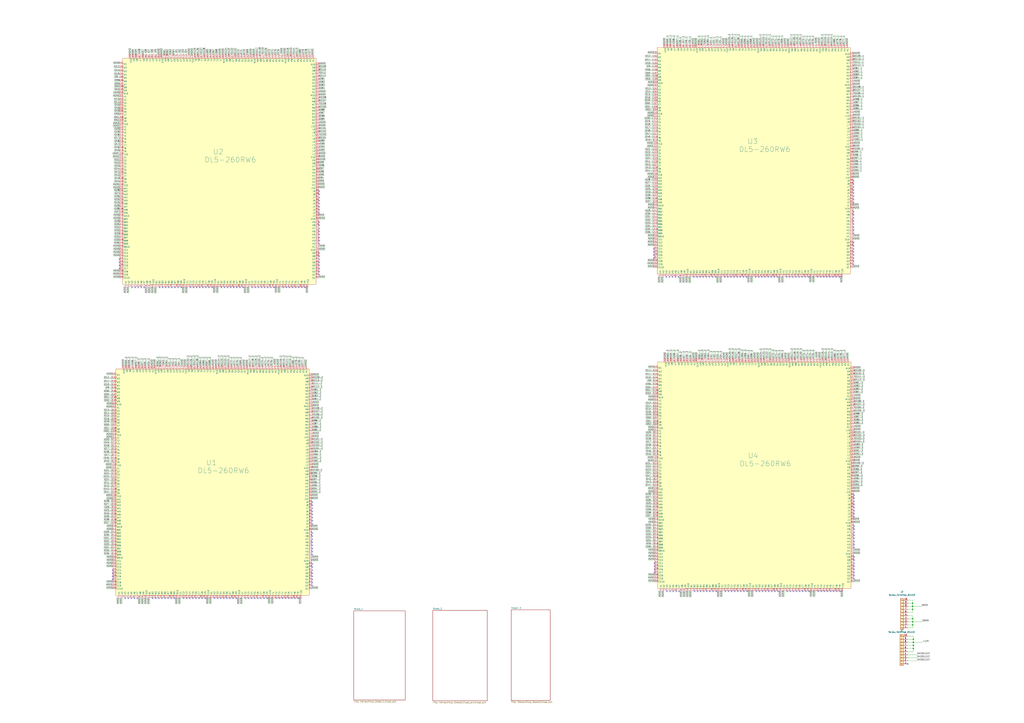
<source format=kicad_sch>
(kicad_sch (version 20211123) (generator eeschema)
  (paper "A1")
  (junction (at 750.1636 530.4282))
  (junction (at 749.4778 498.2972))
  (junction (at 750.1636 532.9682))
  (junction (at 749.5286 508.4572))
  (junction (at 749.5286 510.9972))
  (junction (at 750.1636 527.8882))
  (junction (at 750.1636 525.3482))
  (junction (at 749.5286 513.5372))
  (junction (at 749.4778 500.8372))
  (junction (at 749.4778 495.7572))
  (no_connect (at 700.9638 156.2608))
  (no_connect (at 636.4224 485.9782))
  (no_connect (at 745.5408 545.6682))
  (no_connect (at 140.6398 491.7186))
  (no_connect (at 700.9638 191.8208))
  (no_connect (at 557.1998 227.6348))
  (no_connect (at 537.1338 204.5208))
  (no_connect (at 653.7198 227.6348))
  (no_connect (at 676.5798 227.6348))
  (no_connect (at 649.1224 485.9782))
  (no_connect (at 684.1998 227.6348))
  (no_connect (at 701.4464 406.9842))
  (no_connect (at 701.4464 424.7642))
  (no_connect (at 234.6198 491.7186))
  (no_connect (at 183.8198 491.7186))
  (no_connect (at 595.7824 485.9782))
  (no_connect (at 229.5398 491.7186))
  (no_connect (at 700.9638 204.5208))
  (no_connect (at 600.3798 227.6348))
  (no_connect (at 646.0998 227.6348))
  (no_connect (at 256.4638 417.8046))
  (no_connect (at 681.6598 227.6348))
  (no_connect (at 701.4464 462.8642))
  (no_connect (at 256.4638 412.7246))
  (no_connect (at 256.4638 455.9046))
  (no_connect (at 193.9798 491.7186))
  (no_connect (at 168.5798 491.7186))
  (no_connect (at 256.4638 450.8246))
  (no_connect (at 701.4464 473.0242))
  (no_connect (at 654.2024 485.9782))
  (no_connect (at 700.9638 163.8808))
  (no_connect (at 92.6338 468.6046))
  (no_connect (at 547.7764 485.9782))
  (no_connect (at 256.4638 478.7646))
  (no_connect (at 701.4464 450.1642))
  (no_connect (at 105.3338 491.7186))
  (no_connect (at 701.4464 414.6042))
  (no_connect (at 214.2998 491.7186))
  (no_connect (at 648.6398 227.6348))
  (no_connect (at 633.3998 227.6348))
  (no_connect (at 580.0598 227.6348))
  (no_connect (at 701.4464 457.7842))
  (no_connect (at 585.6224 485.9782))
  (no_connect (at 700.9638 201.9808))
  (no_connect (at 557.6824 485.9782))
  (no_connect (at 595.2998 227.6348))
  (no_connect (at 674.0398 227.6348))
  (no_connect (at 232.0798 491.7186))
  (no_connect (at 160.9598 491.7186))
  (no_connect (at 549.8338 227.6348))
  (no_connect (at 256.4638 422.8846))
  (no_connect (at 256.4638 466.0646))
  (no_connect (at 537.6164 465.4042))
  (no_connect (at 608.4824 485.9782))
  (no_connect (at 578.0024 485.9782))
  (no_connect (at 138.0998 491.7186))
  (no_connect (at 687.2224 485.9782))
  (no_connect (at 550.3164 485.9782))
  (no_connect (at 628.8024 485.9782))
  (no_connect (at 633.8824 485.9782))
  (no_connect (at 552.8564 485.9782))
  (no_connect (at 701.4464 432.3842))
  (no_connect (at 701.4464 412.0642))
  (no_connect (at 256.4638 420.3446))
  (no_connect (at 256.4638 476.2246))
  (no_connect (at 700.9638 181.6608))
  (no_connect (at 570.3824 485.9782))
  (no_connect (at 674.5224 485.9782))
  (no_connect (at 256.4638 471.1446))
  (no_connect (at 701.4464 419.6842))
  (no_connect (at 256.4638 415.2646))
  (no_connect (at 621.1824 485.9782))
  (no_connect (at 700.9638 214.6808))
  (no_connect (at 701.4464 470.4842))
  (no_connect (at 701.4464 445.0842))
  (no_connect (at 181.2798 491.7186))
  (no_connect (at 554.9138 227.6348))
  (no_connect (at 689.7624 485.9782))
  (no_connect (at 700.9638 174.0408))
  (no_connect (at 204.1398 491.7186))
  (no_connect (at 256.4638 425.4246))
  (no_connect (at 256.4638 448.2846))
  (no_connect (at 651.6624 485.9782))
  (no_connect (at 701.4464 440.0042))
  (no_connect (at 256.4638 427.9646))
  (no_connect (at 659.2824 485.9782))
  (no_connect (at 102.7938 491.7186))
  (no_connect (at 211.7598 491.7186))
  (no_connect (at 127.9398 491.7186))
  (no_connect (at 700.9638 217.2208))
  (no_connect (at 635.9398 227.6348))
  (no_connect (at 701.4464 434.9242))
  (no_connect (at 256.4638 473.6846))
  (no_connect (at 176.1998 491.7186))
  (no_connect (at 158.4198 491.7186))
  (no_connect (at 537.1338 209.6008))
  (no_connect (at 597.8398 227.6348))
  (no_connect (at 623.7224 485.9782))
  (no_connect (at 700.9638 209.6008))
  (no_connect (at 658.7998 227.6348))
  (no_connect (at 638.4798 227.6348))
  (no_connect (at 631.3424 485.9782))
  (no_connect (at 133.0198 491.7186))
  (no_connect (at 201.5998 491.7186))
  (no_connect (at 701.4464 447.6242))
  (no_connect (at 701.4464 460.3242))
  (no_connect (at 613.5624 485.9782))
  (no_connect (at 623.2398 227.6348))
  (no_connect (at 186.3598 491.7186))
  (no_connect (at 605.4598 227.6348))
  (no_connect (at 244.7798 491.7186))
  (no_connect (at 219.3798 491.7186))
  (no_connect (at 92.6338 471.1446))
  (no_connect (at 582.5998 227.6348))
  (no_connect (at 620.6998 227.6348))
  (no_connect (at 679.1198 227.6348))
  (no_connect (at 689.2798 227.6348))
  (no_connect (at 700.9638 199.4408))
  (no_connect (at 607.9998 227.6348))
  (no_connect (at 588.1624 485.9782))
  (no_connect (at 143.1798 491.7186))
  (no_connect (at 209.2198 491.7186))
  (no_connect (at 656.7424 485.9782))
  (no_connect (at 585.1398 227.6348))
  (no_connect (at 661.3398 227.6348))
  (no_connect (at 663.8798 227.6348))
  (no_connect (at 153.3398 491.7186))
  (no_connect (at 701.4464 417.1442))
  (no_connect (at 583.0824 485.9782))
  (no_connect (at 555.3964 485.9782))
  (no_connect (at 537.6164 462.8642))
  (no_connect (at 700.9638 186.7408))
  (no_connect (at 166.0398 491.7186))
  (no_connect (at 572.9224 485.9782))
  (no_connect (at 656.2598 227.6348))
  (no_connect (at 112.6998 491.7186))
  (no_connect (at 239.6998 491.7186))
  (no_connect (at 700.9638 179.1208))
  (no_connect (at 580.5424 485.9782))
  (no_connect (at 701.4464 409.5242))
  (no_connect (at 671.4998 227.6348))
  (no_connect (at 626.2624 485.9782))
  (no_connect (at 602.9198 227.6348))
  (no_connect (at 625.7798 227.6348))
  (no_connect (at 569.8998 227.6348))
  (no_connect (at 256.4638 453.3646))
  (no_connect (at 598.3224 485.9782))
  (no_connect (at 603.4024 485.9782))
  (no_connect (at 577.5198 227.6348))
  (no_connect (at 150.7998 491.7186))
  (no_connect (at 572.4398 227.6348))
  (no_connect (at 262.1026 192.7606))
  (no_connect (at 262.1026 197.8406))
  (no_connect (at 262.1026 195.3006))
  (no_connect (at 262.1026 200.3806))
  (no_connect (at 262.1026 190.2206))
  (no_connect (at 262.1026 185.1406))
  (no_connect (at 262.1026 182.6006))
  (no_connect (at 262.1026 187.6806))
  (no_connect (at 262.1026 174.9806))
  (no_connect (at 262.1026 169.9006))
  (no_connect (at 262.1026 167.3606))
  (no_connect (at 262.1026 164.8206))
  (no_connect (at 262.1026 162.2806))
  (no_connect (at 262.1026 159.7406))
  (no_connect (at 262.1026 157.2006))
  (no_connect (at 262.1026 172.4406))
  (no_connect (at 181.8386 236.1946))
  (no_connect (at 184.3786 236.1946))
  (no_connect (at 186.9186 236.1946))
  (no_connect (at 189.4586 236.1946))
  (no_connect (at 212.3186 236.1946))
  (no_connect (at 207.2386 236.1946))
  (no_connect (at 209.7786 236.1946))
  (no_connect (at 214.8586 236.1946))
  (no_connect (at 232.6386 236.1946))
  (no_connect (at 235.1786 236.1946))
  (no_connect (at 237.7186 236.1946))
  (no_connect (at 240.2586 236.1946))
  (no_connect (at 194.5386 236.1946))
  (no_connect (at 191.9986 236.1946))
  (no_connect (at 197.0786 236.1946))
  (no_connect (at 199.6186 236.1946))
  (no_connect (at 217.3986 236.1946))
  (no_connect (at 219.9386 236.1946))
  (no_connect (at 222.4786 236.1946))
  (no_connect (at 225.0186 236.1946))
  (no_connect (at 262.1026 220.7006))
  (no_connect (at 262.1026 223.2406))
  (no_connect (at 262.1026 218.1606))
  (no_connect (at 262.1026 215.6206))
  (no_connect (at 262.1026 225.7806))
  (no_connect (at 262.1026 210.5406))
  (no_connect (at 262.1026 208.0006))
  (no_connect (at 262.1026 213.0806))
  (no_connect (at 247.8786 236.1946))
  (no_connect (at 242.7986 236.1946))
  (no_connect (at 245.3386 236.1946))
  (no_connect (at 250.4186 236.1946))
  (no_connect (at 701.4464 475.5642))
  (no_connect (at 700.9638 158.8008))
  (no_connect (at 216.8398 491.7186))
  (no_connect (at 638.9624 485.9782))
  (no_connect (at 700.9638 161.3408))
  (no_connect (at 256.4638 468.6046))
  (no_connect (at 684.6824 485.9782))
  (no_connect (at 613.0798 227.6348))
  (no_connect (at 155.8798 491.7186))
  (no_connect (at 700.9638 212.1408))
  (no_connect (at 166.5986 236.1946))
  (no_connect (at 169.1386 236.1946))
  (no_connect (at 171.6786 236.1946))
  (no_connect (at 174.2186 236.1946))
  (no_connect (at 146.2786 236.1946))
  (no_connect (at 131.0386 236.1946))
  (no_connect (at 136.1186 236.1946))
  (no_connect (at 133.5786 236.1946))
  (no_connect (at 141.1986 236.1946))
  (no_connect (at 143.7386 236.1946))
  (no_connect (at 138.6586 236.1946))
  (no_connect (at 148.8186 236.1946))
  (no_connect (at 156.4386 236.1946))
  (no_connect (at 161.5186 236.1946))
  (no_connect (at 158.9786 236.1946))
  (no_connect (at 164.0586 236.1946))
  (no_connect (at 108.4326 236.1946))
  (no_connect (at 110.9726 236.1946))
  (no_connect (at 116.0526 236.1946))
  (no_connect (at 113.5126 236.1946))
  (no_connect (at 118.3386 236.1946))
  (no_connect (at 682.1424 485.9782))
  (no_connect (at 605.9424 485.9782))
  (no_connect (at 237.1598 491.7186))
  (no_connect (at 537.1338 207.0608))
  (no_connect (at 206.6798 491.7186))
  (no_connect (at 256.4638 440.6646))
  (no_connect (at 700.9638 153.7208))
  (no_connect (at 646.5824 485.9782))
  (no_connect (at 98.2726 220.7006))
  (no_connect (at 98.2726 218.1606))
  (no_connect (at 98.2726 215.6206))
  (no_connect (at 98.2726 213.0806))
  (no_connect (at 630.8598 227.6348))
  (no_connect (at 256.4638 463.5246))
  (no_connect (at 256.4638 445.7446))
  (no_connect (at 700.9638 184.2008))
  (no_connect (at 256.4638 481.3046))
  (no_connect (at 700.9638 151.1808))
  (no_connect (at 92.6338 473.6846))
  (no_connect (at 188.8998 491.7186))
  (no_connect (at 537.1338 212.1408))
  (no_connect (at 701.4464 437.4642))
  (no_connect (at 92.6338 476.2246))
  (no_connect (at 587.6798 227.6348))
  (no_connect (at 135.5598 491.7186))
  (no_connect (at 256.4638 438.1246))
  (no_connect (at 628.3198 227.6348))
  (no_connect (at 226.9998 491.7186))
  (no_connect (at 671.9824 485.9782))
  (no_connect (at 701.4464 467.9442))
  (no_connect (at 701.4464 465.4042))
  (no_connect (at 600.8624 485.9782))
  (no_connect (at 679.6024 485.9782))
  (no_connect (at 107.8738 491.7186))
  (no_connect (at 256.4638 443.2046))
  (no_connect (at 191.4398 491.7186))
  (no_connect (at 574.9798 227.6348))
  (no_connect (at 700.9638 189.2808))
  (no_connect (at 178.7398 491.7186))
  (no_connect (at 611.0224 485.9782))
  (no_connect (at 686.7398 227.6348))
  (no_connect (at 700.9638 166.4208))
  (no_connect (at 125.3998 491.7186))
  (no_connect (at 700.9638 207.0608))
  (no_connect (at 256.4638 430.5046))
  (no_connect (at 575.4624 485.9782))
  (no_connect (at 547.2938 227.6348))
  (no_connect (at 701.4464 442.5442))
  (no_connect (at 163.4998 491.7186))
  (no_connect (at 677.0624 485.9782))
  (no_connect (at 537.6164 470.4842))
  (no_connect (at 664.3624 485.9782))
  (no_connect (at 701.4464 422.2242))
  (no_connect (at 610.5398 227.6348))
  (no_connect (at 130.4798 491.7186))
  (no_connect (at 700.9638 148.6408))
  (no_connect (at 110.4138 491.7186))
  (no_connect (at 651.1798 227.6348))
  (no_connect (at 700.9638 176.5808))
  (no_connect (at 537.6164 467.9442))
  (no_connect (at 661.8224 485.9782))
  (no_connect (at 552.3738 227.6348))
  (no_connect (at 242.2398 491.7186))
  (wire (pts (xy 153.5176 40.3606) (xy 153.5176 45.0596)))
  (wire (pts (xy 668.4518 29.1338) (xy 668.4518 36.6268)))
  (wire (pts (xy 531.876 201.9808) (xy 537.1338 201.9808)))
  (wire (pts (xy 530.0472 361.5182) (xy 537.6164 361.5182)))
  (wire (pts (xy 93.5482 74.3966) (xy 98.2726 74.3966)))
  (wire (pts (xy 529.6154 58.2168) (xy 537.1338 58.2168)))
  (wire (pts (xy 530.098 344.2462) (xy 537.6164 344.2462)))
  (wire (pts (xy 701.4464 335.8642) (xy 709.8284 335.8642)))
  (wire (pts (xy 529.9202 324.1548) (xy 537.6164 324.1802)))
  (wire (pts (xy 262.1026 177.5206) (xy 266.446 177.5206)))
  (wire (pts (xy 531.6982 93.5228) (xy 537.1338 93.5228)))
  (wire (pts (xy 190.9318 293.2176) (xy 190.9318 300.7106)))
  (wire (pts (xy 93.4974 134.5946) (xy 98.2726 134.5946)))
  (wire (pts (xy 93.345 97.2566) (xy 98.2726 97.2566)))
  (wire (pts (xy 745.8202 505.9172) (xy 749.5286 505.9426)))
  (wire (pts (xy 87.376 463.5246) (xy 92.6338 463.5246)))
  (wire (pts (xy 256.4638 359.3846) (xy 261.874 359.3592)))
  (wire (pts (xy 256.4638 433.0446) (xy 260.8072 433.0446)))
  (wire (pts (xy 745.5408 540.5882) (xy 753.1862 540.5882)))
  (wire (pts (xy 557.5554 287.2994) (xy 557.5554 294.8432)))
  (wire (pts (xy 545.2364 485.9782) (xy 545.2364 490.7026)))
  (wire (pts (xy 666.4198 227.6348) (xy 666.4198 232.0544)))
  (wire (pts (xy 700.9638 108.0008) (xy 708.3806 108.0008)))
  (wire (pts (xy 262.1026 139.4206) (xy 266.2174 139.4206)))
  (wire (pts (xy 262.1026 228.3206) (xy 266.954 228.3206)))
  (wire (pts (xy 595.4014 289.4584) (xy 595.4014 294.8432)))
  (wire (pts (xy 605.4344 286.385) (xy 605.4344 294.9702)))
  (wire (pts (xy 85.1154 415.29) (xy 92.6338 415.2646)))
  (wire (pts (xy 267.5636 101.3206) (xy 262.1026 101.3206)))
  (wire (pts (xy 530.1488 347.0402) (xy 537.6164 347.0402)))
  (wire (pts (xy 123.4186 240.9952) (xy 123.4186 236.1946)))
  (wire (pts (xy 85.1154 340.3346) (xy 92.6338 340.3346)))
  (wire (pts (xy 206.7306 39.8526) (xy 206.7306 45.1866)))
  (wire (pts (xy 256.4638 382.2446) (xy 261.7216 382.2446)))
  (wire (pts (xy 85.217 420.3446) (xy 92.6338 420.3446)))
  (wire (pts (xy 701.4464 313.0042) (xy 710.1078 313.0042)))
  (wire (pts (xy 529.6916 131.1148) (xy 537.1338 131.1148)))
  (wire (pts (xy 530.0472 374.1928) (xy 537.6164 374.2182)))
  (wire (pts (xy 529.971 311.2262) (xy 537.6164 311.2262)))
  (wire (pts (xy 256.4638 349.2246) (xy 263.906 349.2246)))
  (wire (pts (xy 127.8128 295.148) (xy 127.8128 300.5836)))
  (wire (pts (xy 633.3744 286.258) (xy 633.3744 294.9702)))
  (wire (pts (xy 529.3106 85.9028) (xy 537.1338 85.9028)))
  (wire (pts (xy 615.5944 287.4772) (xy 615.5944 294.9702)))
  (wire (pts (xy 529.6408 65.8368) (xy 537.1338 65.8368)))
  (wire (pts (xy 204.1906 40.2844) (xy 204.1906 45.1866)))
  (wire (pts (xy 750.1636 522.8082) (xy 750.1636 525.3482)))
  (wire (pts (xy 630.8344 286.1818) (xy 630.8344 294.9702)))
  (wire (pts (xy 229.5906 40.3352) (xy 229.5906 45.1866)))
  (wire (pts (xy 151.3586 240.9698) (xy 151.3586 236.1946)))
  (wire (pts (xy 231.5718 292.1508) (xy 231.5718 300.7106)))
  (wire (pts (xy 93.6244 71.8566) (xy 98.2726 71.8566)))
  (wire (pts (xy 256.4638 364.4646) (xy 265.0998 364.4646)))
  (wire (pts (xy 93.599 144.7546) (xy 98.2726 144.7546)))
  (wire (pts (xy 145.7198 496.4938) (xy 145.7198 491.7186)))
  (wire (pts (xy 691.7944 287.4772) (xy 691.7944 294.9702)))
  (wire (pts (xy 640.5118 28.9814) (xy 640.5118 36.6268)))
  (wire (pts (xy 135.1788 293.0906) (xy 135.1788 300.5836)))
  (wire (pts (xy 262.1026 116.5606) (xy 266.6492 116.5606)))
  (wire (pts (xy 562.7624 490.7788) (xy 562.7624 485.9782)))
  (wire (pts (xy 530.1488 414.6296) (xy 537.6164 414.6042)))
  (wire (pts (xy 700.9638 100.3808) (xy 709.7268 100.3808)))
  (wire (pts (xy 700.9638 194.3608) (xy 705.9168 194.3608)))
  (wire (pts (xy 745.8202 508.4572) (xy 749.5286 508.4572)))
  (wire (pts (xy 700.9638 95.3008) (xy 706.374 95.2754)))
  (wire (pts (xy 531.9776 168.9608) (xy 537.1338 168.9608)))
  (wire (pts (xy 183.3118 291.9984) (xy 183.3118 300.7106)))
  (wire (pts (xy 93.472 139.6746) (xy 98.2726 139.6746)))
  (wire (pts (xy 708.406 394.2842) (xy 701.4464 394.2842)))
  (wire (pts (xy 700.9638 110.5408) (xy 708.5076 110.5408)))
  (wire (pts (xy 532.1046 354.1522) (xy 537.6164 354.1522)))
  (wire (pts (xy 85.1154 322.3006) (xy 92.6338 322.3006)))
  (wire (pts (xy 85.1154 327.406) (xy 92.6338 327.3806)))
  (wire (pts (xy 196.5706 40.4114) (xy 196.5706 45.1866)))
  (wire (pts (xy 622.7318 31.115) (xy 622.7318 36.6268)))
  (wire (pts (xy 230.0986 240.6904) (xy 230.0986 236.1946)))
  (wire (pts (xy 529.5646 148.6408) (xy 537.1338 148.6408)))
  (wire (pts (xy 87.3506 308.0766) (xy 92.6338 308.0766)))
  (wire (pts (xy 671.4744 288.9504) (xy 671.4744 294.9702)))
  (wire (pts (xy 219.4306 39.1668) (xy 219.4306 45.1866)))
  (wire (pts (xy 188.9506 39.37) (xy 188.9506 45.1866)))
  (wire (pts (xy 256.4638 321.2846) (xy 263.9568 321.2846)))
  (wire (pts (xy 532.4602 427.3042) (xy 537.6164 427.3042)))
  (wire (pts (xy 602.4118 27.5336) (xy 602.4118 36.6268)))
  (wire (pts (xy 620.6744 289.5346) (xy 620.6744 294.9702)))
  (wire (pts (xy 123.0122 294.3352) (xy 122.9868 300.5836)))
  (wire (pts (xy 135.9916 40.4368) (xy 135.9916 45.0596)))
  (wire (pts (xy 686.7398 287.401) (xy 686.7144 294.9702)))
  (wire (pts (xy 93.2942 55.6006) (xy 98.2726 55.6006)))
  (wire (pts (xy 589.8388 29.6164) (xy 589.8388 36.4998)))
  (wire (pts (xy 674.0144 289.1282) (xy 674.0144 294.9702)))
  (wire (pts (xy 181.3306 39.751) (xy 181.3306 45.1866)))
  (wire (pts (xy 93.0656 180.0606) (xy 98.2726 180.0606)))
  (wire (pts (xy 648.6144 289.7886) (xy 648.6144 294.9702)))
  (wire (pts (xy 565.1754 288.4424) (xy 565.1754 294.8432)))
  (wire (pts (xy 587.2988 30.099) (xy 587.2988 36.4998)))
  (wire (pts (xy 93.1164 205.4606) (xy 98.2726 205.4606)))
  (wire (pts (xy 745.8202 503.3772) (xy 749.4778 503.3772)))
  (wire (pts (xy 750.1636 530.4282) (xy 750.1636 532.9682)))
  (wire (pts (xy 529.6408 47.0408) (xy 537.1338 47.0408)))
  (wire (pts (xy 93.5228 157.2006) (xy 98.2726 157.2006)))
  (wire (pts (xy 701.4464 478.1042) (xy 706.2978 478.1042)))
  (wire (pts (xy 656.2344 286.2072) (xy 656.2344 294.9702)))
  (wire (pts (xy 562.2798 232.4354) (xy 562.2798 227.6348)))
  (wire (pts (xy 93.5482 116.8146) (xy 98.2726 116.8146)))
  (wire (pts (xy 87.0966 407.8986) (xy 92.6338 407.8986)))
  (wire (pts (xy 176.784 240.7666) (xy 176.7586 236.1946)))
  (wire (pts (xy 87.376 483.8446) (xy 92.6338 483.8446)))
  (wire (pts (xy 701.4464 315.5442) (xy 708.7362 315.5442)))
  (wire (pts (xy 262.1026 88.6206) (xy 268.0462 88.646)))
  (wire (pts (xy 93.5736 119.3546) (xy 98.2726 119.3546)))
  (wire (pts (xy 221.9706 40.3352) (xy 221.9706 45.1866)))
  (wire (pts (xy 706.8566 328.2442) (xy 701.4464 328.2442)))
  (wire (pts (xy 256.4638 379.7046) (xy 263.9568 379.7046)))
  (wire (pts (xy 531.9268 68.3768) (xy 537.1338 68.3768)))
  (wire (pts (xy 530.1742 356.4382) (xy 537.6164 356.4382)))
  (wire (pts (xy 701.4464 386.6642) (xy 708.1012 386.6642)))
  (wire (pts (xy 142.8496 294.2082) (xy 142.7988 300.5836)))
  (wire (pts (xy 263.7282 328.93) (xy 256.4638 328.9046)))
  (wire (pts (xy 256.4638 361.9246) (xy 265.0744 361.8992)))
  (wire (pts (xy 262.1026 108.9406) (xy 267.97 108.9406)))
  (wire (pts (xy 532.3332 302.3362) (xy 537.6164 302.3362)))
  (wire (pts (xy 529.6408 136.1948) (xy 537.1338 136.1948)))
  (wire (pts (xy 93.6498 147.2946) (xy 98.2726 147.2946)))
  (wire (pts (xy 700.9638 54.6608) (xy 709.5236 54.6608)))
  (wire (pts (xy 85.1154 425.4246) (xy 92.6338 425.4246)))
  (wire (pts (xy 590.3214 288.3662) (xy 590.3214 294.8432)))
  (wire (pts (xy 529.6916 76.2508) (xy 537.1338 76.2508)))
  (wire (pts (xy 529.5646 151.1808) (xy 537.1338 151.1808)))
  (wire (pts (xy 705.6374 146.1008) (xy 700.9638 146.1008)))
  (wire (pts (xy 645.5918 31.2928) (xy 645.5918 36.6268)))
  (wire (pts (xy 700.9638 118.1608) (xy 706.2216 118.1608)))
  (wire (pts (xy 530.0472 389.4582) (xy 537.6164 389.4582)))
  (wire (pts (xy 557.0728 28.956) (xy 557.0728 36.4998)))
  (wire (pts (xy 670.9918 30.607) (xy 670.9918 36.6268)))
  (wire (pts (xy 531.5966 143.8148) (xy 537.1338 143.8148)))
  (wire (pts (xy 532.3586 473.0242) (xy 537.6164 473.0242)))
  (wire (pts (xy 203.6318 295.529) (xy 203.6318 300.7106)))
  (wire (pts (xy 168.0718 293.1414) (xy 168.0718 300.7106)))
  (wire (pts (xy 266.7254 73.3806) (xy 262.1026 73.3806)))
  (wire (pts (xy 705.7898 171.5008) (xy 700.9638 171.5008)))
  (wire (pts (xy 745.8202 493.2172) (xy 749.4778 493.2172)))
  (wire (pts (xy 678.6118 27.6606) (xy 678.6118 36.6268)))
  (wire (pts (xy 710.057 305.3842) (xy 701.4464 305.3842)))
  (wire (pts (xy 256.4638 339.0646) (xy 265.1252 339.0646)))
  (wire (pts (xy 618.1598 227.6348) (xy 618.1598 232.2068)))
  (wire (pts (xy 529.6662 141.2748) (xy 537.1338 141.2748)))
  (wire (pts (xy 262.1026 152.1206) (xy 266.6238 152.0952)))
  (wire (pts (xy 590.7024 490.7534) (xy 590.7024 485.9782)))
  (wire (pts (xy 532.384 452.7042) (xy 537.6164 452.7042)))
  (wire (pts (xy 236.6518 300.7106) (xy 236.6518 292.227)))
  (wire (pts (xy 105.8926 236.1946) (xy 105.8926 240.919)))
  (wire (pts (xy 93.4974 169.9006) (xy 98.2726 169.9006)))
  (wire (pts (xy 249.9106 40.2844) (xy 249.9106 45.1866)))
  (wire (pts (xy 262.1026 134.3406) (xy 266.1158 134.3406)))
  (wire (pts (xy 710.1586 310.4642) (xy 701.4464 310.4642)))
  (wire (pts (xy 256.4638 351.7646) (xy 263.9568 351.7392)))
  (wire (pts (xy 529.59 126.0348) (xy 537.1338 126.0348)))
  (wire (pts (xy 665.9118 29.1846) (xy 665.9118 36.6268)))
  (wire (pts (xy 593.2424 490.6518) (xy 593.2424 485.9782)))
  (wire (pts (xy 745.8202 513.5372) (xy 749.5286 513.5372)))
  (wire (pts (xy 632.8918 27.813) (xy 632.8918 36.6268)))
  (wire (pts (xy 93.4974 167.3606) (xy 98.2726 167.3606)))
  (wire (pts (xy 745.5408 522.8082) (xy 750.1636 522.8082)))
  (wire (pts (xy 749.4778 498.2972) (xy 749.4778 500.8372)))
  (wire (pts (xy 529.3106 83.3628) (xy 537.1338 83.3628)))
  (wire (pts (xy 529.9964 316.5602) (xy 537.6164 316.5602)))
  (wire (pts (xy 594.9188 31.115) (xy 594.9188 36.4998)))
  (wire (pts (xy 267.0556 205.4606) (xy 262.1026 205.4606)))
  (wire (pts (xy 532.1808 351.8662) (xy 537.6164 351.8662)))
  (wire (pts (xy 620.1918 31.1912) (xy 620.1918 36.6268)))
  (wire (pts (xy 565.3024 490.7026) (xy 565.3024 485.9782)))
  (wire (pts (xy 700.9638 133.4008) (xy 707.771 133.4008)))
  (wire (pts (xy 530.0726 424.7642) (xy 537.6164 424.7642)))
  (wire (pts (xy 266.7762 154.6606) (xy 262.1026 154.6606)))
  (wire (pts (xy 241.7318 293.0652) (xy 241.7318 300.7106)))
  (wire (pts (xy 531.2918 313.7662) (xy 537.6164 313.7662)))
  (wire (pts (xy 93.5228 121.8946) (xy 98.2726 121.8946)))
  (wire (pts (xy 262.1026 63.2206) (xy 267.7668 63.1952)))
  (wire (pts (xy 93.0148 210.5406) (xy 98.2726 210.5406)))
  (wire (pts (xy 661.3144 287.5026) (xy 661.3144 294.9702)))
  (wire (pts (xy 530.1742 364.0582) (xy 537.6164 364.0582)))
  (wire (pts (xy 85.0392 362.1532) (xy 92.6338 362.1786)))
  (wire (pts (xy 262.1026 129.2606) (xy 267.0556 129.2352)))
  (wire (pts (xy 700.9638 57.2008) (xy 708.2028 57.2008)))
  (wire (pts (xy 570.0268 31.1912) (xy 570.0268 36.4998)))
  (wire (pts (xy 532.4602 455.2442) (xy 537.6164 455.2442)))
  (wire (pts (xy 93.599 91.9226) (xy 98.2726 91.9226)))
  (wire (pts (xy 256.4638 374.6246) (xy 263.8806 374.6246)))
  (wire (pts (xy 745.5408 527.8882) (xy 750.1636 527.8882)))
  (wire (pts (xy 666.4452 287.401) (xy 666.3944 294.9702)))
  (wire (pts (xy 708.66 320.6496) (xy 701.4464 320.6242)))
  (wire (pts (xy 262.1026 98.7806) (xy 266.6492 98.7806)))
  (wire (pts (xy 256.4638 318.7446) (xy 264.795 318.77)))
  (wire (pts (xy 256.4638 394.9446) (xy 263.2202 394.9446)))
  (wire (pts (xy 531.6728 70.9168) (xy 537.1338 70.9168)))
  (wire (pts (xy 262.1026 53.0606) (xy 267.5636 53.0606)))
  (wire (pts (xy 85.1154 427.9646) (xy 92.6338 427.9646)))
  (wire (pts (xy 701.4464 318.0842) (xy 708.8124 318.0842)))
  (wire (pts (xy 86.3854 319.5066) (xy 92.6338 319.5066)))
  (wire (pts (xy 153.8986 240.8682) (xy 153.8986 236.1946)))
  (wire (pts (xy 602.869 286.2072) (xy 602.8944 294.9702)))
  (wire (pts (xy 701.4464 325.7042) (xy 706.882 325.7042)))
  (wire (pts (xy 529.4884 81.0514) (xy 537.1338 81.0768)))
  (wire (pts (xy 85.217 395.1986) (xy 92.6338 395.1986)))
  (wire (pts (xy 552.0182 287.3248) (xy 551.9674 294.8432)))
  (wire (pts (xy 239.7506 39.0144) (xy 239.7506 45.1866)))
  (wire (pts (xy 706.374 69.9008) (xy 700.9638 69.9008)))
  (wire (pts (xy 532.13 475.5642) (xy 537.6164 475.5642)))
  (wire (pts (xy 163.0172 291.9476) (xy 162.9918 300.7106)))
  (wire (pts (xy 262.1026 149.5806) (xy 266.192 149.5806)))
  (wire (pts (xy 93.5482 195.3006) (xy 98.2726 195.3006)))
  (wire (pts (xy 546.4048 31.0134) (xy 546.4048 36.4998)))
  (wire (pts (xy 700.9638 125.7808) (xy 707.771 125.7808)))
  (wire (pts (xy 531.4188 120.9548) (xy 537.1338 120.9548)))
  (wire (pts (xy 612.5718 29.0068) (xy 612.5718 36.6268)))
  (wire (pts (xy 85.09 445.77) (xy 92.6338 445.7446)))
  (wire (pts (xy 701.4464 346.0242) (xy 708.8632 346.0242)))
  (wire (pts (xy 85.2932 374.8786) (xy 92.6338 374.8786)))
  (wire (pts (xy 653.6944 286.2072) (xy 653.6944 294.9702)))
  (wire (pts (xy 691.3118 29.0322) (xy 691.3118 36.6268)))
  (wire (pts (xy 529.9964 358.9782) (xy 537.6164 358.9782)))
  (wire (pts (xy 700.9638 130.8608) (xy 707.8472 130.8608)))
  (wire (pts (xy 263.2964 402.6154) (xy 256.4638 402.5646)))
  (wire (pts (xy 745.5408 543.1282) (xy 753.2116 543.1282)))
  (wire (pts (xy 544.7538 227.6348) (xy 544.7538 232.3592)))
  (wire (pts (xy 567.4868 29.6672) (xy 567.4868 36.4998)))
  (wire (pts (xy 684.2252 286.2072) (xy 684.1744 294.9702)))
  (wire (pts (xy 709.4474 52.1208) (xy 700.9638 52.1208)))
  (wire (pts (xy 244.8306 39.1668) (xy 244.8306 45.1866)))
  (wire (pts (xy 87.4014 458.4446) (xy 92.6338 458.4446)))
  (wire (pts (xy 85.1154 325.12) (xy 92.6338 325.0946)))
  (wire (pts (xy 256.4638 344.1446) (xy 264.9982 344.1446)))
  (wire (pts (xy 86.741 382.4986) (xy 92.6338 382.4986)))
  (wire (pts (xy 262.1026 91.1606) (xy 266.6492 91.1606)))
  (wire (pts (xy 256.4638 483.8446) (xy 261.3152 483.8446)))
  (wire (pts (xy 706.3994 455.2442) (xy 701.4464 455.2442)))
  (wire (pts (xy 700.9638 85.1408) (xy 708.4822 85.1408)))
  (wire (pts (xy 530.0726 422.2496) (xy 537.6164 422.2242)))
  (wire (pts (xy 610.0318 28.956) (xy 610.0318 36.6268)))
  (wire (pts (xy 256.4638 384.7846) (xy 261.4168 384.7592)))
  (wire (pts (xy 530.3012 447.6496) (xy 537.6164 447.6242)))
  (wire (pts (xy 106.9848 293.0906) (xy 106.9848 300.5836)))
  (wire (pts (xy 749.5286 513.5372) (xy 749.5286 516.0772)))
  (wire (pts (xy 93.5482 162.2806) (xy 98.2726 162.2806)))
  (wire (pts (xy 262.1026 126.7206) (xy 267.3604 126.7206)))
  (wire (pts (xy 575.3354 287.4264) (xy 575.3354 294.8432)))
  (wire (pts (xy 532.1554 329.2602) (xy 537.6164 329.2602)))
  (wire (pts (xy 193.4718 293.2176) (xy 193.4718 300.7106)))
  (wire (pts (xy 531.876 199.4408) (xy 537.1338 199.4408)))
  (wire (pts (xy 262.1026 141.9606) (xy 266.2682 141.9606)))
  (wire (pts (xy 84.9884 364.7186) (xy 92.6338 364.7186)))
  (wire (pts (xy 256.4638 354.3046) (xy 263.7028 354.3046)))
  (wire (pts (xy 252.4506 40.132) (xy 252.4506 45.1866)))
  (wire (pts (xy 529.8186 321.6402) (xy 537.6164 321.6402)))
  (wire (pts (xy 646.0744 289.6362) (xy 646.0744 294.9702)))
  (wire (pts (xy 175.6918 295.275) (xy 175.6918 300.7106)))
  (wire (pts (xy 86.9188 385.0386) (xy 92.6338 385.0386)))
  (wire (pts (xy 745.8202 510.9972) (xy 749.5286 510.9972)))
  (wire (pts (xy 166.0906 39.0398) (xy 166.0906 45.1866)))
  (wire (pts (xy 745.5408 538.0482) (xy 753.2116 538.0482)))
  (wire (pts (xy 262.1026 121.6406) (xy 266.8778 121.6406)))
  (wire (pts (xy 529.9202 399.6182) (xy 537.6164 399.6182)))
  (wire (pts (xy 701.4464 399.3642) (xy 708.3298 399.3642)))
  (wire (pts (xy 87.376 466.0646) (xy 92.6338 466.0646)))
  (wire (pts (xy 196.0118 293.1922) (xy 196.0118 300.7106)))
  (wire (pts (xy 643.509 287.5026) (xy 643.5344 294.9702)))
  (wire (pts (xy 93.6244 63.9826) (xy 98.2726 63.9826)))
  (wire (pts (xy 85.0392 405.3586) (xy 92.6338 405.3586)))
  (wire (pts (xy 256.4638 387.3246) (xy 264.668 387.3246)))
  (wire (pts (xy 617.6518 29.083) (xy 617.6518 36.6268)))
  (wire (pts (xy 749.5286 510.9972) (xy 749.5286 513.5372)))
  (wire (pts (xy 84.8614 402.844) (xy 92.6338 402.8186)))
  (wire (pts (xy 244.2464 292.9382) (xy 244.2718 300.7106)))
  (wire (pts (xy 85.217 448.2846) (xy 92.6338 448.2846)))
  (wire (pts (xy 97.7138 491.7186) (xy 97.7138 496.443)))
  (wire (pts (xy 122.8598 496.6208) (xy 122.8598 491.7186)))
  (wire (pts (xy 93.599 87.0966) (xy 98.2726 87.0966)))
  (wire (pts (xy 701.4464 330.7842) (xy 709.8792 330.7334)))
  (wire (pts (xy 529.5138 113.3094) (xy 537.1338 113.3348)))
  (wire (pts (xy 531.6474 217.2208) (xy 537.1338 217.2208)))
  (wire (pts (xy 204.6986 240.8428) (xy 204.6986 236.1946)))
  (wire (pts (xy 582.2188 28.829) (xy 582.2188 36.4998)))
  (wire (pts (xy 93.4974 132.0546) (xy 98.2726 132.0546)))
  (wire (pts (xy 551.5864 28.7274) (xy 551.4848 36.4998)))
  (wire (pts (xy 261.1374 410.1846) (xy 256.4638 410.1846)))
  (wire (pts (xy 211.2518 292.0492) (xy 211.2518 300.7106)))
  (wire (pts (xy 93.472 61.468) (xy 98.2726 61.4426)))
  (wire (pts (xy 93.3196 99.5426) (xy 98.2726 99.5426)))
  (wire (pts (xy 585.2414 288.3154) (xy 585.2414 294.8432)))
  (wire (pts (xy 180.7718 291.9476) (xy 180.7718 300.7106)))
  (wire (pts (xy 173.6598 491.7186) (xy 173.6598 496.2906)))
  (wire (pts (xy 592.3788 29.7434) (xy 592.3788 36.4998)))
  (wire (pts (xy 529.6154 184.2008) (xy 537.1338 184.2008)))
  (wire (pts (xy 93.726 66.7766) (xy 98.2726 66.7766)))
  (wire (pts (xy 643.5598 232.283) (xy 643.5598 227.6348)))
  (wire (pts (xy 93.5228 172.4406) (xy 98.2726 172.4406)))
  (wire (pts (xy 256.4638 367.0046) (xy 265.0744 366.9792)))
  (wire (pts (xy 267.7668 60.6806) (xy 262.1026 60.6806)))
  (wire (pts (xy 93.1164 177.5206) (xy 98.2726 177.5206)))
  (wire (pts (xy 84.9376 377.4186) (xy 92.6338 377.4186)))
  (wire (pts (xy 701.4464 343.4842) (xy 708.7362 343.4842)))
  (wire (pts (xy 202.1586 236.1946) (xy 202.1586 240.9444)))
  (wire (pts (xy 683.6918 27.813) (xy 683.6918 36.6268)))
  (wire (pts (xy 120.8786 236.1946) (xy 120.8786 240.9952)))
  (wire (pts (xy 673.5318 30.7848) (xy 673.5318 36.6268)))
  (wire (pts (xy 643.0518 28.9052) (xy 643.0518 36.6268)))
  (wire (pts (xy 668.9598 232.1306) (xy 668.9598 227.6348)))
  (wire (pts (xy 87.122 359.8926) (xy 92.6338 359.8926)))
  (wire (pts (xy 261.2898 435.5846) (xy 256.4638 435.5846)))
  (wire (pts (xy 160.4518 291.9476) (xy 160.4518 300.7106)))
  (wire (pts (xy 262.1026 131.8006) (xy 267.3096 131.8006)))
  (wire (pts (xy 199.1106 40.4622) (xy 199.1106 45.1866)))
  (wire (pts (xy 529.6408 179.0954) (xy 537.1338 179.1208)))
  (wire (pts (xy 701.4464 338.4042) (xy 710.1332 338.4296)))
  (wire (pts (xy 625.2718 28.0162) (xy 625.2718 36.6268)))
  (wire (pts (xy 93.5482 137.1346) (xy 98.2726 137.1346)))
  (wire (pts (xy 532.0792 402.1582) (xy 537.6164 402.1582)))
  (wire (pts (xy 532.3332 404.6982) (xy 537.6164 404.6982)))
  (wire (pts (xy 531.8506 146.3548) (xy 537.1338 146.3548)))
  (wire (pts (xy 87.1474 481.3046) (xy 92.6338 481.3046)))
  (wire (pts (xy 85.0646 390.1186) (xy 92.6338 390.1186)))
  (wire (pts (xy 559.7398 227.6348) (xy 559.7398 232.4354)))
  (wire (pts (xy 701.4464 384.1242) (xy 708.3044 384.1242)))
  (wire (pts (xy 531.9268 171.5008) (xy 537.1338 171.5008)))
  (wire (pts (xy 93.3958 84.8106) (xy 98.2726 84.8106)))
  (wire (pts (xy 85.1154 422.8846) (xy 92.6338 422.8846)))
  (wire (pts (xy 256.4638 407.6446) (xy 260.985 407.6192)))
  (wire (pts (xy 93.5736 58.6486) (xy 98.2726 58.6486)))
  (wire (pts (xy 178.2318 295.1988) (xy 178.2318 300.7106)))
  (wire (pts (xy 264.5664 316.2046) (xy 256.4638 316.2046)))
  (wire (pts (xy 92.9894 154.9146) (xy 98.2726 154.9146)))
  (wire (pts (xy 587.756 288.3408) (xy 587.7814 294.8432)))
  (wire (pts (xy 705.9168 196.9008) (xy 700.9638 196.9008)))
  (wire (pts (xy 749.5286 505.9426) (xy 749.5286 508.4572)))
  (wire (pts (xy 529.4376 108.3056) (xy 537.1338 108.2548)))
  (wire (pts (xy 701.4464 427.3042) (xy 705.7898 427.3042)))
  (wire (pts (xy 158.4706 39.5986) (xy 158.4706 45.1866)))
  (wire (pts (xy 85.1916 455.9046) (xy 92.6338 455.9046)))
  (wire (pts (xy 750.1636 532.9682) (xy 750.1636 535.5082)))
  (wire (pts (xy 707.8472 135.9408) (xy 700.9638 135.9408)))
  (wire (pts (xy 529.6154 176.6062) (xy 537.1338 176.5808)))
  (wire (pts (xy 239.1918 292.1) (xy 239.1918 300.7106)))
  (wire (pts (xy 93.599 149.8346) (xy 98.2726 149.8346)))
  (wire (pts (xy 666.9024 485.9782) (xy 666.9024 490.3978)))
  (wire (pts (xy 191.4906 39.1922) (xy 191.4906 45.1866)))
  (wire (pts (xy 256.4638 372.0846) (xy 263.8298 372.0846)))
  (wire (pts (xy 93.599 187.6806) (xy 98.2726 187.6806)))
  (wire (pts (xy 529.9964 409.5242) (xy 537.6164 409.5242)))
  (wire (pts (xy 206.1718 292.0238) (xy 206.1718 300.7106)))
  (wire (pts (xy 132.6388 293.0398) (xy 132.6388 300.5836)))
  (wire (pts (xy 641.5024 485.9782) (xy 641.5024 490.728)))
  (wire (pts (xy 262.1026 65.7606) (xy 266.7762 65.7606)))
  (wire (pts (xy 107.5436 39.5732) (xy 107.5436 45.0596)))
  (wire (pts (xy 700.9638 72.4408) (xy 709.5236 72.4662)))
  (wire (pts (xy 564.6674 29.7942) (xy 564.6928 36.4998)))
  (wire (pts (xy 100.2538 491.7186) (xy 100.2538 496.443)))
  (wire (pts (xy 188.3918 291.9476) (xy 188.3918 300.7106)))
  (wire (pts (xy 256.4638 392.4046) (xy 263.3472 392.3538)))
  (wire (pts (xy 85.1662 369.7986) (xy 92.6338 369.7986)))
  (wire (pts (xy 529.209 98.0948) (xy 537.1338 98.0948)))
  (wire (pts (xy 256.4638 405.1046) (xy 263.2964 405.1046)))
  (wire (pts (xy 165.5318 293.2176) (xy 165.5318 300.7106)))
  (wire (pts (xy 706.9074 351.1042) (xy 701.4464 351.1042)))
  (wire (pts (xy 560.2224 485.9782) (xy 560.2224 490.7788)))
  (wire (pts (xy 745.5408 535.5082) (xy 750.1636 535.5082)))
  (wire (pts (xy 256.4638 369.5446) (xy 265.1506 369.5446)))
  (wire (pts (xy 185.8518 292.0238) (xy 185.8518 300.7106)))
  (wire (pts (xy 262.1026 93.7006) (xy 266.6492 93.7006)))
  (wire (pts (xy 256.4638 331.4446) (xy 261.8994 331.4446)))
  (wire (pts (xy 529.8948 432.3842) (xy 537.6164 432.3842)))
  (wire (pts (xy 85.09 440.6392) (xy 92.6338 440.6646)))
  (wire (pts (xy 599.8464 27.7114) (xy 599.8718 36.6268)))
  (wire (pts (xy 85.1662 379.9332) (xy 92.6338 379.9586)))
  (wire (pts (xy 567.3598 232.537) (xy 567.3598 227.6348)))
  (wire (pts (xy 93.3958 200.3806) (xy 98.2726 200.3806)))
  (wire (pts (xy 530.098 397.0528) (xy 537.6164 397.0782)))
  (wire (pts (xy 700.9638 74.9808) (xy 709.5998 74.93)))
  (wire (pts (xy 85.0646 400.2786) (xy 92.6338 400.2786)))
  (wire (pts (xy 532.3586 460.3242) (xy 537.6164 460.3242)))
  (wire (pts (xy 171.1706 40.2082) (xy 171.1706 45.1866)))
  (wire (pts (xy 572.3128 31.0642) (xy 572.3128 36.4998)))
  (wire (pts (xy 529.5138 78.5368) (xy 537.1338 78.5368)))
  (wire (pts (xy 708.3552 396.8242) (xy 701.4464 396.8242)))
  (wire (pts (xy 529.6408 123.5202) (xy 537.1338 123.4948)))
  (wire (pts (xy 701.4464 348.5642) (xy 708.8124 348.5642)))
  (wire (pts (xy 140.8176 40.3352) (xy 140.8176 45.0596)))
  (wire (pts (xy 529.6408 181.6608) (xy 537.1338 181.6608)))
  (wire (pts (xy 179.2986 236.1946) (xy 179.2986 240.7666)))
  (wire (pts (xy 529.9202 406.9842) (xy 537.6164 406.9842)))
  (wire (pts (xy 529.7424 166.4716) (xy 537.1338 166.4208)))
  (wire (pts (xy 562.6354 288.6202) (xy 562.6354 294.8432)))
  (wire (pts (xy 694.3344 287.4264) (xy 694.3344 294.9702)))
  (wire (pts (xy 530.0218 366.6236) (xy 537.6164 366.5982)))
  (wire (pts (xy 700.9638 143.5608) (xy 705.485 143.5354)))
  (wire (pts (xy 109.7788 293.0652) (xy 109.7788 300.5836)))
  (wire (pts (xy 693.8518 29.21) (xy 693.8518 36.6268)))
  (wire (pts (xy 152.8318 295.1226) (xy 152.8318 300.7106)))
  (wire (pts (xy 689.2544 287.6042) (xy 689.2544 294.9702)))
  (wire (pts (xy 604.9518 27.6606) (xy 604.9518 36.6268)))
  (wire (pts (xy 93.5736 159.7406) (xy 98.2726 159.7406)))
  (wire (pts (xy 85.0646 314.1726) (xy 92.6338 314.1726)))
  (wire (pts (xy 256.4638 397.4846) (xy 263.2202 397.4846)))
  (wire (pts (xy 145.8976 40.3606) (xy 145.8976 45.0596)))
  (wire (pts (xy 706.2724 429.8442) (xy 701.4464 429.8442)))
  (wire (pts (xy 597.3318 31.0388) (xy 597.3318 36.6268)))
  (wire (pts (xy 85.1408 352.8314) (xy 92.6338 352.7806)))
  (wire (pts (xy 265.2268 311.1246) (xy 256.4638 311.1246)))
  (wire (pts (xy 681.6344 294.9702) (xy 681.6598 286.2072)))
  (wire (pts (xy 216.3064 293.2938) (xy 216.3318 300.7106)))
  (wire (pts (xy 117.6528 294.3098) (xy 117.6528 300.5836)))
  (wire (pts (xy 267.8684 55.6006) (xy 262.1026 55.6006)))
  (wire (pts (xy 93.0656 76.9366) (xy 98.2726 76.9366)))
  (wire (pts (xy 262.1026 114.0206) (xy 267.8684 114.0206)))
  (wire (pts (xy 148.4376 40.3098) (xy 148.4376 45.0596)))
  (wire (pts (xy 143.3576 40.386) (xy 143.3576 45.0596)))
  (wire (pts (xy 529.6662 156.2608) (xy 537.1338 156.2608)))
  (wire (pts (xy 262.1026 83.5406) (xy 267.9954 83.5406)))
  (wire (pts (xy 194.0306 39.2938) (xy 194.0306 45.1866)))
  (wire (pts (xy 262.1026 68.3006) (xy 266.7762 68.3006)))
  (wire (pts (xy 226.4918 294.6908) (xy 226.4918 300.7106)))
  (wire (pts (xy 701.4464 302.8442) (xy 706.9074 302.8442)))
  (wire (pts (xy 256.4638 336.5246) (xy 265.0744 336.5246)))
  (wire (pts (xy 597.8144 289.3822) (xy 597.8144 294.9702)))
  (wire (pts (xy 700.9638 77.5208) (xy 709.5236 77.5208)))
  (wire (pts (xy 749.4778 500.8372) (xy 749.4778 503.3772)))
  (wire (pts (xy 554.2788 28.8544) (xy 554.2788 36.4998)))
  (wire (pts (xy 749.4778 495.7572) (xy 749.4778 498.2972)))
  (wire (pts (xy 559.9938 288.798) (xy 560.0954 294.8432)))
  (wire (pts (xy 266.9286 180.0606) (xy 262.1026 180.0606)))
  (wire (pts (xy 92.9894 52.5526) (xy 98.2726 52.5526)))
  (wire (pts (xy 232.1306 39.1668) (xy 232.1306 45.1866)))
  (wire (pts (xy 263.8044 326.3646) (xy 256.4638 326.3646)))
  (wire (pts (xy 630.3518 27.9146) (xy 630.3518 36.6268)))
  (wire (pts (xy 249.3518 293.2938) (xy 249.3518 300.7106)))
  (wire (pts (xy 701.4464 379.0442) (xy 706.3994 379.0188)))
  (wire (pts (xy 145.3388 294.3098) (xy 145.3388 300.5836)))
  (wire (pts (xy 700.9638 82.6008) (xy 708.5076 82.6008)))
  (wire (pts (xy 701.4464 340.9442) (xy 708.7616 340.9442)))
  (wire (pts (xy 700.9638 168.9608) (xy 705.3072 168.9608)))
  (wire (pts (xy 221.4118 293.116) (xy 221.4118 300.7106)))
  (wire (pts (xy 265.9888 147.0406) (xy 262.1026 147.0406)))
  (wire (pts (xy 87.1982 357.6066) (xy 92.6338 357.6066)))
  (wire (pts (xy 93.5482 142.2146) (xy 98.2726 142.2146)))
  (wire (pts (xy 125.9586 240.919) (xy 125.9586 236.1946)))
  (wire (pts (xy 104.4702 293.0652) (xy 104.4448 300.5836)))
  (wire (pts (xy 658.2918 27.8892) (xy 658.2918 36.6268)))
  (wire (pts (xy 223.9518 293.1922) (xy 223.9518 300.7106)))
  (wire (pts (xy 93.472 185.1406) (xy 98.2726 185.1406)))
  (wire (pts (xy 745.5408 532.9682) (xy 750.1636 532.9682)))
  (wire (pts (xy 234.6706 39.3446) (xy 234.6706 45.1866)))
  (wire (pts (xy 562.1528 29.4894) (xy 562.1528 36.4998)))
  (wire (pts (xy 85.0646 397.764) (xy 92.6338 397.7386)))
  (wire (pts (xy 572.7954 289.4076) (xy 572.7954 294.8432)))
  (wire (pts (xy 93.472 82.2706) (xy 98.2726 82.2706)))
  (wire (pts (xy 531.622 95.8088) (xy 537.1338 95.8088)))
  (wire (pts (xy 701.4464 363.8042) (xy 709.9554 363.8042)))
  (wire (pts (xy 692.3024 490.5756) (xy 692.3024 485.9782)))
  (wire (pts (xy 84.8614 392.6586) (xy 92.6338 392.6586)))
  (wire (pts (xy 696.3918 31.3436) (xy 696.3918 36.6268)))
  (wire (pts (xy 115.2398 491.7186) (xy 115.2398 496.5192)))
  (wire (pts (xy 125.8316 40.3098) (xy 125.8316 45.0596)))
  (wire (pts (xy 663.3718 29.1846) (xy 663.3718 36.6268)))
  (wire (pts (xy 530.0472 417.1696) (xy 537.6164 417.1442)))
  (wire (pts (xy 610.489 287.1216) (xy 610.5144 294.9702)))
  (wire (pts (xy 701.4464 373.9642) (xy 708.8632 373.9642)))
  (wire (pts (xy 112.5728 293.1668) (xy 112.5728 300.5836)))
  (wire (pts (xy 635.4318 28.9052) (xy 635.4318 36.6268)))
  (wire (pts (xy 168.6306 39.1414) (xy 168.6306 45.1866)))
  (wire (pts (xy 653.2372 27.8892) (xy 653.2118 36.6268)))
  (wire (pts (xy 745.5408 530.4282) (xy 750.1636 530.4282)))
  (wire (pts (xy 701.4464 333.3242) (xy 710.0062 333.2988)))
  (wire (pts (xy 251.8918 295.4274) (xy 251.8918 300.7106)))
  (wire (pts (xy 247.3198 496.316) (xy 247.3198 491.7186)))
  (wire (pts (xy 247.3706 40.132) (xy 247.3706 45.1866)))
  (wire (pts (xy 529.59 189.2808) (xy 537.1338 189.2808)))
  (wire (pts (xy 635.9144 287.274) (xy 635.9144 294.9702)))
  (wire (pts (xy 600.3544 286.2072) (xy 600.3544 294.9702)))
  (wire (pts (xy 700.9638 128.3208) (xy 707.6694 128.3208)))
  (wire (pts (xy 198.5518 293.2684) (xy 198.5518 300.7106)))
  (wire (pts (xy 529.6408 191.8208) (xy 537.1338 191.8208)))
  (wire (pts (xy 579.6788 28.9306) (xy 579.6788 36.4998)))
  (wire (pts (xy 85.0138 450.85) (xy 92.6338 450.8246)))
  (wire (pts (xy 176.2506 40.2336) (xy 176.2506 45.1866)))
  (wire (pts (xy 530.1234 371.7036) (xy 537.6164 371.6782)))
  (wire (pts (xy 532.4094 326.7202) (xy 537.6164 326.7202)))
  (wire (pts (xy 668.909 287.401) (xy 668.9344 294.9702)))
  (wire (pts (xy 117.7798 496.5192) (xy 117.7798 491.7186)))
  (wire (pts (xy 529.9456 308.4322) (xy 537.6164 308.4322)))
  (wire (pts (xy 87.3506 410.4386) (xy 92.6338 410.4386)))
  (wire (pts (xy 229.0318 294.8686) (xy 229.0318 300.7106)))
  (wire (pts (xy 530.733 55.4228) (xy 537.1338 55.4228)))
  (wire (pts (xy 201.6506 40.386) (xy 201.6506 45.1866)))
  (wire (pts (xy 150.9776 40.3098) (xy 150.9776 45.0596)))
  (wire (pts (xy 262.1026 96.2406) (xy 266.7508 96.2406)))
  (wire (pts (xy 87.4776 460.9846) (xy 92.6338 460.9846)))
  (wire (pts (xy 531.876 214.6808) (xy 537.1338 214.6808)))
  (wire (pts (xy 256.4638 341.6046) (xy 265.0744 341.6046)))
  (wire (pts (xy 93.0402 202.9206) (xy 98.2726 202.9206)))
  (wire (pts (xy 93.599 106.6546) (xy 98.2726 106.6546)))
  (wire (pts (xy 529.844 319.3542) (xy 537.6164 319.3542)))
  (wire (pts (xy 103.3526 236.1946) (xy 103.3526 240.919)))
  (wire (pts (xy 118.2116 40.3606) (xy 118.2116 45.0596)))
  (wire (pts (xy 529.6154 110.7948) (xy 537.1338 110.7948)))
  (wire (pts (xy 531.8506 43.9928) (xy 537.1338 43.9928)))
  (wire (pts (xy 263.2964 400.0246) (xy 256.4638 400.0246)))
  (wire (pts (xy 701.4464 452.7042) (xy 706.3994 452.7042)))
  (wire (pts (xy 700.9638 120.7008) (xy 705.9168 120.6754)))
  (wire (pts (xy 529.6408 128.5748) (xy 537.1338 128.5748)))
  (wire (pts (xy 85.1408 342.6206) (xy 92.6338 342.6206)))
  (wire (pts (xy 615.6452 232.2068) (xy 615.6198 227.6348)))
  (wire (pts (xy 262.1026 103.8606) (xy 267.5128 103.8352)))
  (wire (pts (xy 582.7014 287.147) (xy 582.7014 294.8432)))
  (wire (pts (xy 529.9202 305.3842) (xy 537.6164 305.3842)))
  (wire (pts (xy 567.9948 288.7472) (xy 567.9694 294.8432)))
  (wire (pts (xy 701.4464 361.2642) (xy 710.0062 361.2642)))
  (wire (pts (xy 709.8792 307.9242) (xy 701.4464 307.9242)))
  (wire (pts (xy 133.4516 39.624) (xy 133.4516 45.0596)))
  (wire (pts (xy 84.963 355.1174) (xy 92.6338 355.0666)))
  (wire (pts (xy 529.7678 90.9828) (xy 537.1338 90.9828)))
  (wire (pts (xy 607.5426 27.9654) (xy 607.4918 36.6268)))
  (wire (pts (xy 700.9638 90.2208) (xy 708.3552 90.1954)))
  (wire (pts (xy 213.7918 291.9222) (xy 213.7918 300.7106)))
  (wire (pts (xy 85.09 311.1246) (xy 92.6338 311.1246)))
  (wire (pts (xy 531.241 118.4148) (xy 537.1338 118.4148)))
  (wire (pts (xy 700.9638 115.6208) (xy 708.6854 115.6208)))
  (wire (pts (xy 564.8198 232.3592) (xy 564.8198 227.6348)))
  (wire (pts (xy 580.0852 287.401) (xy 580.1614 294.8432)))
  (wire (pts (xy 663.8544 287.401) (xy 663.8544 294.9702)))
  (wire (pts (xy 92.7354 152.3746) (xy 98.2726 152.3746)))
  (wire (pts (xy 749.4778 498.2972) (xy 756.8946 498.2972)))
  (wire (pts (xy 93.6244 124.4346) (xy 98.2726 124.4346)))
  (wire (pts (xy 530.0472 339.4202) (xy 537.6164 339.4202)))
  (wire (pts (xy 745.5408 525.3482) (xy 750.1636 525.3482)))
  (wire (pts (xy 709.5744 47.0408) (xy 700.9638 47.0408)))
  (wire (pts (xy 261.4168 460.9846) (xy 256.4638 460.9846)))
  (wire (pts (xy 529.59 133.6548) (xy 537.1338 133.6548)))
  (wire (pts (xy 156.0576 39.6748) (xy 156.0576 45.0596)))
  (wire (pts (xy 256.4638 377.1646) (xy 263.9568 377.1646)))
  (wire (pts (xy 648.1318 31.4452) (xy 648.1318 36.6268)))
  (wire (pts (xy 115.0874 294.386) (xy 115.1128 300.5836)))
  (wire (pts (xy 262.1026 111.4806) (xy 268.0716 111.4552)))
  (wire (pts (xy 529.7678 115.9002) (xy 537.1338 115.8748)))
  (wire (pts (xy 529.9964 334.5942) (xy 537.6164 334.5942)))
  (wire (pts (xy 530.1234 412.0642) (xy 537.6164 412.0642)))
  (wire (pts (xy 93.5228 197.8406) (xy 98.2726 197.8406)))
  (wire (pts (xy 651.1544 286.2326) (xy 651.1544 294.9702)))
  (wire (pts (xy 92.8116 79.4766) (xy 98.2726 79.4766)))
  (wire (pts (xy 529.717 186.7408) (xy 537.1338 186.7408)))
  (wire (pts (xy 584.7588 30.099) (xy 584.7588 36.4998)))
  (wire (pts (xy 85.1408 387.5786) (xy 92.6338 387.5786)))
  (wire (pts (xy 529.8948 381.8382) (xy 537.6164 381.8382)))
  (wire (pts (xy 530.225 394.5382) (xy 537.6164 394.5382)))
  (wire (pts (xy 607.9744 286.2072) (xy 607.9744 294.9702)))
  (wire (pts (xy 592.7598 232.3084) (xy 592.7598 227.6348)))
  (wire (pts (xy 224.4598 496.2144) (xy 224.4598 491.7186)))
  (wire (pts (xy 148.2598 496.3922) (xy 148.2598 491.7186)))
  (wire (pts (xy 266.2682 144.5006) (xy 262.1026 144.5006)))
  (wire (pts (xy 87.376 478.7646) (xy 92.6338 478.7646)))
  (wire (pts (xy 256.4638 308.5846) (xy 261.9248 308.5846)))
  (wire (pts (xy 93.5482 174.9806) (xy 98.2726 174.9806)))
  (wire (pts (xy 750.1636 530.4282) (xy 750.1636 527.8882)))
  (wire (pts (xy 700.9638 141.0208) (xy 707.8472 140.9954)))
  (wire (pts (xy 542.2138 227.6348) (xy 542.2138 232.3592)))
  (wire (pts (xy 93.7768 192.7606) (xy 98.2726 192.7606)))
  (wire (pts (xy 85.1154 367.2586) (xy 92.6338 367.2586)))
  (wire (pts (xy 701.4464 389.2042) (xy 708.2282 389.2042)))
  (wire (pts (xy 681.1518 36.6268) (xy 681.1518 27.686)))
  (wire (pts (xy 85.1916 345.1606) (xy 92.6338 345.1606)))
  (wire (pts (xy 529.6916 138.7348) (xy 537.1338 138.7348)))
  (wire (pts (xy 542.6964 485.9782) (xy 542.6964 490.7026)))
  (wire (pts (xy 707.8472 138.4808) (xy 700.9638 138.4808)))
  (wire (pts (xy 676.0718 27.7876) (xy 676.0718 36.6268)))
  (wire (pts (xy 93.472 94.4626) (xy 98.2726 94.4626)))
  (wire (pts (xy 531.9014 194.3608) (xy 537.1338 194.3608)))
  (wire (pts (xy 529.9456 336.8802) (xy 537.6164 336.8802)))
  (wire (pts (xy 529.6662 52.8828) (xy 537.1338 52.8828)))
  (wire (pts (xy 529.6662 163.8808) (xy 537.1338 163.8808)))
  (wire (pts (xy 530.0472 434.9242) (xy 537.6164 434.9242)))
  (wire (pts (xy 186.4106 39.1668) (xy 186.4106 45.1866)))
  (wire (pts (xy 161.0106 39.1668) (xy 161.0106 45.1866)))
  (wire (pts (xy 256.4638 323.8246) (xy 263.8806 323.8246)))
  (wire (pts (xy 131.1656 39.751) (xy 131.1656 45.0596)))
  (wire (pts (xy 529.4122 103.1748) (xy 537.1338 103.1748)))
  (wire (pts (xy 85.1154 316.9666) (xy 92.6338 316.9666)))
  (wire (pts (xy 92.837 102.0826) (xy 98.2726 102.0826)))
  (wire (pts (xy 613.0036 287.1978) (xy 613.0544 294.9702)))
  (wire (pts (xy 655.7518 27.8638) (xy 655.7518 36.6268)))
  (wire (pts (xy 112.6236 40.4114) (xy 112.6236 45.0596)))
  (wire (pts (xy 567.8424 490.8804) (xy 567.8424 485.9782)))
  (wire (pts (xy 529.4122 50.0888) (xy 537.1338 50.0888)))
  (wire (pts (xy 577.5706 287.2486) (xy 577.6214 294.8432)))
  (wire (pts (xy 709.676 49.5808) (xy 700.9638 49.5808)))
  (wire (pts (xy 529.59 153.7716) (xy 537.1338 153.7208)))
  (wire (pts (xy 256.4638 389.8646) (xy 263.2456 389.8646)))
  (wire (pts (xy 265.049 313.6646) (xy 256.4638 313.6646)))
  (wire (pts (xy 262.1026 86.0806) (xy 268.0462 86.0552)))
  (wire (pts (xy 85.1916 337.7946) (xy 92.6338 337.7946)))
  (wire (pts (xy 529.6916 63.2968) (xy 537.1338 63.2968)))
  (wire (pts (xy 208.7118 292.0746) (xy 208.7118 300.7106)))
  (wire (pts (xy 618.6424 485.9782) (xy 618.6424 490.5502)))
  (wire (pts (xy 123.2916 40.3352) (xy 123.2916 45.0596)))
  (wire (pts (xy 214.376 38.862) (xy 214.3506 45.1866)))
  (wire (pts (xy 529.5646 105.7402) (xy 537.1338 105.7148)))
  (wire (pts (xy 120.3198 496.443) (xy 120.3198 491.7186)))
  (wire (pts (xy 700.9638 80.0608) (xy 709.7014 80.0608)))
  (wire (pts (xy 529.9964 391.9728) (xy 537.6164 391.9982)))
  (wire (pts (xy 616.1278 490.5502) (xy 616.1024 485.9782)))
  (wire (pts (xy 574.8528 29.0322) (xy 574.8528 36.4998)))
  (wire (pts (xy 140.2588 294.1066) (xy 140.2588 300.5836)))
  (wire (pts (xy 246.8118 293.1922) (xy 246.8118 300.7106)))
  (wire (pts (xy 125.5268 295.275) (xy 125.5268 300.5836)))
  (wire (pts (xy 218.8718 293.116) (xy 218.8718 300.7106)))
  (wire (pts (xy 224.5106 40.3606) (xy 224.5106 45.1866)))
  (wire (pts (xy 592.8868 288.3408) (xy 592.8614 294.8432)))
  (wire (pts (xy 749.4778 493.2172) (xy 749.4778 495.7572)))
  (wire (pts (xy 209.2706 40.005) (xy 209.2706 45.1866)))
  (wire (pts (xy 85.344 417.8046) (xy 92.6338 417.8046)))
  (wire (pts (xy 700.9638 44.5008) (xy 706.4248 44.5008)))
  (wire (pts (xy 87.4268 435.5846) (xy 92.6338 435.5846)))
  (wire (pts (xy 640.969 287.5026) (xy 640.9944 294.9702)))
  (wire (pts (xy 530.1742 445.0842) (xy 537.6164 445.0842)))
  (wire (pts (xy 92.5576 129.5146) (xy 98.2726 129.5146)))
  (wire (pts (xy 529.7932 158.8008) (xy 537.1338 158.8008)))
  (wire (pts (xy 183.8706 39.6748) (xy 183.8706 45.1866)))
  (wire (pts (xy 173.7106 40.2844) (xy 173.7106 45.1866)))
  (wire (pts (xy 638.4544 287.6042) (xy 638.4544 294.9702)))
  (wire (pts (xy 549.4274 287.3756) (xy 549.4274 294.8432)))
  (wire (pts (xy 546.8874 289.3568) (xy 546.8874 294.8432)))
  (wire (pts (xy 211.836 39.0144) (xy 211.8106 45.1866)))
  (wire (pts (xy 216.8652 38.9382) (xy 216.8906 45.1866)))
  (wire (pts (xy 93.472 114.2746) (xy 98.2726 114.2746)))
  (wire (pts (xy 530.098 450.215) (xy 537.6164 450.1642)))
  (wire (pts (xy 686.2318 28.9306) (xy 686.2318 36.6268)))
  (wire (pts (xy 530.0218 384.3782) (xy 537.6164 384.3782)))
  (wire (pts (xy 147.9296 294.2082) (xy 147.8788 300.5836)))
  (wire (pts (xy 267.5128 78.4606) (xy 262.1026 78.4606)))
  (wire (pts (xy 201.0918 295.3766) (xy 201.0918 300.7106)))
  (wire (pts (xy 618.1344 287.6042) (xy 618.1344 294.9702)))
  (wire (pts (xy 173.1518 293.1668) (xy 173.1518 300.7106)))
  (wire (pts (xy 559.6128 30.1498) (xy 559.6128 36.4998)))
  (wire (pts (xy 93.599 182.6006) (xy 98.2726 182.6006)))
  (wire (pts (xy 254.9906 39.9034) (xy 254.9906 45.1866)))
  (wire (pts (xy 577.1388 28.956) (xy 577.1388 36.4998)))
  (wire (pts (xy 669.4424 490.474) (xy 669.4424 485.9782)))
  (wire (pts (xy 701.4464 401.9042) (xy 705.9676 401.8788)))
  (wire (pts (xy 93.4974 111.7346) (xy 98.2726 111.7346)))
  (wire (pts (xy 234.1118 291.9222) (xy 234.1118 300.7106)))
  (wire (pts (xy 623.2144 289.4584) (xy 623.2144 294.9702)))
  (wire (pts (xy 627.8372 27.6606) (xy 627.8118 36.6268)))
  (wire (pts (xy 266.7 70.8406) (xy 262.1026 70.8406)))
  (wire (pts (xy 688.7972 29.0068) (xy 688.7718 36.6268)))
  (wire (pts (xy 745.8202 495.7572) (xy 749.4778 495.7572)))
  (wire (pts (xy 262.1026 119.1006) (xy 266.7762 119.1006)))
  (wire (pts (xy 628.2944 286.1564) (xy 628.2944 294.9702)))
  (wire (pts (xy 128.4986 241.0968) (xy 128.4986 236.1946)))
  (wire (pts (xy 120.7516 40.3606) (xy 120.7516 45.0596)))
  (wire (pts (xy 570.5094 289.5346) (xy 570.5094 294.8432)))
  (wire (pts (xy 650.6718 27.8638) (xy 650.6718 36.6268)))
  (wire (pts (xy 130.3528 293.0398) (xy 130.3528 300.5836)))
  (wire (pts (xy 658.7998 286.2072) (xy 658.7744 294.9702)))
  (wire (pts (xy 92.3798 126.9746) (xy 98.2726 126.9746)))
  (wire (pts (xy 529.6408 61.0108) (xy 537.1338 61.0108)))
  (wire (pts (xy 87.4268 332.4606) (xy 92.6338 332.4606)))
  (wire (pts (xy 700.9638 59.7408) (xy 708.406 59.7662)))
  (wire (pts (xy 530.0472 369.1382) (xy 537.6164 369.1382)))
  (wire (pts (xy 700.9638 67.3608) (xy 706.3994 67.3608)))
  (wire (pts (xy 701.4464 366.3442) (xy 708.914 366.3442)))
  (wire (pts (xy 708.6092 323.1642) (xy 701.4464 323.1642)))
  (wire (pts (xy 267.8684 58.1406) (xy 262.1026 58.1406)))
  (wire (pts (xy 701.4464 358.7242) (xy 710.1078 358.6988)))
  (wire (pts (xy 92.7862 225.7806) (xy 98.2726 225.7806)))
  (wire (pts (xy 700.9638 97.8408) (xy 709.7014 97.8408)))
  (wire (pts (xy 700.9638 123.2408) (xy 709.0664 123.2408)))
  (wire (pts (xy 115.4176 39.9796) (xy 115.4176 45.0596)))
  (wire (pts (xy 257.5306 39.9034) (xy 257.5306 45.1866)))
  (wire (pts (xy 157.9626 292.1254) (xy 157.9118 300.7106)))
  (wire (pts (xy 138.2776 40.4114) (xy 138.2776 45.0596)))
  (wire (pts (xy 93.0148 223.2406) (xy 98.2726 223.2406)))
  (wire (pts (xy 590.2198 232.41) (xy 590.2198 227.6348)))
  (wire (pts (xy 530.0726 341.7062) (xy 537.6164 341.7062)))
  (wire (pts (xy 227.0506 40.3352) (xy 227.0506 45.1866)))
  (wire (pts (xy 531.9014 379.2982) (xy 537.6164 379.2982)))
  (wire (pts (xy 532.3586 478.1042) (xy 537.6164 478.1042)))
  (wire (pts (xy 745.8202 516.0772) (xy 749.5286 516.0772)))
  (wire (pts (xy 262.1026 106.4006) (xy 267.9954 106.4006)))
  (wire (pts (xy 262.1026 124.1806) (xy 266.827 124.1806)))
  (wire (pts (xy 529.9202 386.969) (xy 537.6164 386.9182)))
  (wire (pts (xy 128.6256 40.1828) (xy 128.6256 45.0596)))
  (wire (pts (xy 700.9638 105.4608) (xy 709.6252 105.4608)))
  (wire (pts (xy 137.7188 293.0398) (xy 137.7188 300.5836)))
  (wire (pts (xy 529.6662 161.3408) (xy 537.1338 161.3408)))
  (wire (pts (xy 261.874 333.9846) (xy 256.4638 333.9846)))
  (wire (pts (xy 85.217 329.8952) (xy 92.6338 329.9206)))
  (wire (pts (xy 101.9048 295.0972) (xy 101.9048 300.5836)))
  (wire (pts (xy 221.9198 491.7186) (xy 221.9198 496.1382)))
  (wire (pts (xy 256.4638 346.6846) (xy 263.6012 346.6846)))
  (wire (pts (xy 93.6498 89.6366) (xy 98.2726 89.6366)))
  (wire (pts (xy 529.59 174.0154) (xy 537.1338 174.0408)))
  (wire (pts (xy 85.1154 412.7246) (xy 92.6338 412.7246)))
  (wire (pts (xy 745.8202 498.2972) (xy 749.4778 498.2972)))
  (wire (pts (xy 93.5482 109.1946) (xy 98.2726 109.1946)))
  (wire (pts (xy 110.0836 40.4368) (xy 110.0836 45.0596)))
  (wire (pts (xy 93.5736 190.2206) (xy 98.2726 190.2206)))
  (wire (pts (xy 262.1026 136.8806) (xy 266.2936 136.8806)))
  (wire (pts (xy 93.0148 208.0006) (xy 98.2726 208.0006)))
  (wire (pts (xy 641.0198 227.6348) (xy 641.0198 232.3846)))
  (wire (pts (xy 237.2106 39.1414) (xy 237.2106 45.1866)))
  (wire (pts (xy 85.09 350.012) (xy 92.6338 349.9866)))
  (wire (pts (xy 531.876 219.7608) (xy 537.1338 219.7608)))
  (wire (pts (xy 120.1928 294.3352) (xy 120.1928 300.5836)))
  (wire (pts (xy 242.2906 45.1866) (xy 242.2652 39.0906)))
  (wire (pts (xy 93.4974 164.8206) (xy 98.2726 164.8206)))
  (wire (pts (xy 93.0148 228.3206) (xy 98.2726 228.3206)))
  (wire (pts (xy 554.7614 287.3502) (xy 554.7614 294.8432)))
  (wire (pts (xy 745.8202 500.8372) (xy 749.4778 500.8372)))
  (wire (pts (xy 85.0138 372.3386) (xy 92.6338 372.3386)))
  (wire (pts (xy 701.4464 376.5042) (xy 706.7042 376.5042)))
  (wire (pts (xy 529.4884 88.6968) (xy 537.1338 88.6968)))
  (wire (pts (xy 700.9638 219.7608) (xy 705.8152 219.7608)))
  (wire (pts (xy 637.9718 29.0322) (xy 637.9718 36.6268)))
  (wire (pts (xy 679.1198 286.258) (xy 679.0944 294.9702)))
  (wire (pts (xy 750.1636 527.8882) (xy 757.5804 527.8882)))
  (wire (pts (xy 93.6498 69.5706) (xy 98.2726 69.5706)))
  (wire (pts (xy 150.4188 295.1988) (xy 150.4188 300.5836)))
  (wire (pts (xy 531.7236 376.7582) (xy 537.6164 376.7582)))
  (wire (pts (xy 700.9638 113.0808) (xy 708.3552 113.0554)))
  (wire (pts (xy 530.1488 349.3516) (xy 537.6164 349.3262)))
  (wire (pts (xy 261.9248 356.8446) (xy 256.4638 356.8446)))
  (wire (pts (xy 706.4248 92.7608) (xy 700.9638 92.7608)))
  (wire (pts (xy 252.9586 240.792) (xy 252.9586 236.1946)))
  (wire (pts (xy 691.8198 232.2322) (xy 691.8198 227.6348)))
  (wire (pts (xy 529.6916 73.6854) (xy 537.1338 73.7108)))
  (wire (pts (xy 530.1234 440.0042) (xy 537.6164 440.0042)))
  (wire (pts (xy 199.0598 496.3668) (xy 199.0598 491.7186)))
  (wire (pts (xy 696.8744 289.687) (xy 696.8744 294.9702)))
  (wire (pts (xy 750.1636 525.3482) (xy 750.1636 527.8882)))
  (wire (pts (xy 708.3806 64.8208) (xy 700.9638 64.8208)))
  (wire (pts (xy 701.4464 371.4242) (xy 708.7362 371.4242)))
  (wire (pts (xy 84.9884 443.23) (xy 92.6338 443.2046)))
  (wire (pts (xy 700.9638 102.9208) (xy 709.5236 102.9462)))
  (wire (pts (xy 660.8318 29.1338) (xy 660.8318 36.6268)))
  (wire (pts (xy 701.4464 353.6442) (xy 706.8566 353.6188)))
  (wire (pts (xy 749.5286 508.4572) (xy 749.5286 510.9972)))
  (wire (pts (xy 87.1982 335.0006) (xy 92.6338 335.0006)))
  (wire (pts (xy 531.9776 196.9008) (xy 537.1338 196.9008)))
  (wire (pts (xy 92.7608 104.3686) (xy 98.2726 104.3686)))
  (wire (pts (xy 530.0472 332.0542) (xy 537.6164 332.0542)))
  (wire (pts (xy 700.9638 87.6808) (xy 708.4568 87.6808)))
  (wire (pts (xy 701.4464 368.8842) (xy 708.9648 368.8842)))
  (wire (pts (xy 530.0726 419.735) (xy 537.6164 419.6842)))
  (wire (pts (xy 227.5586 236.1946) (xy 227.5586 240.6142)))
  (wire (pts (xy 262.1026 81.0006) (xy 268.0462 81.0006)))
  (wire (pts (xy 676.5544 286.1818) (xy 676.5544 294.9702)))
  (wire (pts (xy 178.7906 40.2336) (xy 178.7906 45.1866)))
  (wire (pts (xy 701.4464 381.5842) (xy 709.422 381.5842)))
  (wire (pts (xy 262.1026 75.9206) (xy 267.5382 75.9206)))
  (wire (pts (xy 256.4638 458.4446) (xy 261.4168 458.4446)))
  (wire (pts (xy 87.4776 433.0446) (xy 92.6338 433.0446)))
  (wire (pts (xy 171.1452 496.2906) (xy 171.1198 491.7186)))
  (wire (pts (xy 548.9956 28.956) (xy 548.9448 36.4998)))
  (wire (pts (xy 85.1154 453.3392) (xy 92.6338 453.3646)))
  (wire (pts (xy 163.5506 39.2684) (xy 163.5506 45.1866)))
  (wire (pts (xy 155.3464 291.9984) (xy 155.3718 300.7106)))
  (wire (pts (xy 701.4464 356.1842) (xy 709.9554 356.2096)))
  (wire (pts (xy 530.0472 437.4642) (xy 537.6164 437.4642)))
  (wire (pts (xy 706.12 404.4442) (xy 701.4464 404.4442)))
  (wire (pts (xy 532.3586 457.7842) (xy 537.6164 457.7842)))
  (wire (pts (xy 615.1118 29.083) (xy 615.1118 36.6268)))
  (wire (pts (xy 170.6118 293.1922) (xy 170.6118 300.7106)))
  (wire (pts (xy 262.1026 202.9206) (xy 267.0556 202.9206)))
  (wire (pts (xy 625.7544 286.3596) (xy 625.7544 294.9702)))
  (wire (pts (xy 749.5286 510.9972) (xy 757.4788 510.9972)))
  (wire (pts (xy 196.5198 491.7186) (xy 196.5198 496.4684)))
  (wire (pts (xy 701.4464 391.7442) (xy 708.4568 391.7442)))
  (wire (pts (xy 85.0392 347.4466) (xy 92.6338 347.4466)))
  (wire (pts (xy 708.3806 62.3062) (xy 700.9638 62.2808)))
  (wire (pts (xy 532.4094 429.8442) (xy 537.6164 429.8442)))
  (wire (pts (xy 85.0646 430.5046) (xy 92.6338 430.5046)))
  (wire (pts (xy 644.0424 490.6264) (xy 644.0424 485.9782)))
  (wire (pts (xy 530.0726 442.5442) (xy 537.6164 442.5442)))
  (wire (pts (xy 85.0138 438.1246) (xy 92.6338 438.1246)))
  (wire (pts (xy 529.3868 100.6094) (xy 537.1338 100.6348)))
  (label "AGND" (at 620.1918 31.1912 270))
  (label "AGND" (at 251.8918 295.4274 270))
  (label "+12V" (at 757.5804 527.8882 0))
  (label "IO84" (at 266.7254 73.3806 180))
  (label "AGND" (at 706.3994 67.3608 180))
  (label "AGND" (at 87.3506 410.4386 0))
  (label "IO65" (at 171.1706 40.2082 270))
  (label "IO72-2" (at 190.9318 293.2176 270))
  (label "AGND" (at 92.837 102.0826 0))
  (label "IO54" (at 93.6244 71.8566 0))
  (label "IO53" (at 93.5482 74.3966 0))
  (label "IO7-1" (at 562.1528 29.4894 270))
  (label "IO15" (at 93.599 87.0966 0))
  (label "IO85" (at 266.6492 98.7806 180))
  (label "IO37-3" (at 530.0726 424.7642 0))
  (label "IO128" (at 168.6306 39.1414 270))
  (label "IO113-3" (at 684.2252 286.2072 270))
  (label "IO51-2" (at 85.1408 352.8314 0))
  (label "IO7" (at 123.2916 40.3352 270))
  (label "IO34" (at 93.5482 195.3006 0))
  (label "IO78-1" (at 691.3118 29.0322 270))
  (label "IO83-2" (at 263.8044 326.3646 180))
  (label "IO30-3" (at 530.0472 434.9242 0))
  (label "IO14-1" (at 529.6916 76.2508 0))
  (label "IO60-3" (at 549.4274 287.3756 270))
  (label "AGND" (at 567.8424 490.8804 90))
  (label "AGND" (at 705.3072 168.9608 180))
  (label "AGND" (at 622.7318 31.115 270))
  (label "IO13" (at 93.472 82.2706 0))
  (label "IO85-3" (at 708.8124 348.5642 180))
  (label "IO22-1" (at 529.59 126.0348 0))
  (label "IO20-3" (at 530.1742 356.4382 0))
  (label "AGND" (at 531.9776 196.9008 0))
  (label "IO51-1" (at 529.4884 88.6968 0))
  (label "IO90-1" (at 708.5076 110.5408 180))
  (label "IO78" (at 252.4506 40.132 270))
  (label "IO14" (at 93.3958 84.8106 0))
  (label "IO36-3" (at 530.098 450.215 0))
  (label "AGND" (at 532.4602 427.3042 0))
  (label "IO112-2" (at 264.795 318.77 180))
  (label "AGND" (at 666.9024 490.3978 90))
  (label "AGND" (at 87.122 359.8926 0))
  (label "IO116-1" (at 676.0718 27.7876 270))
  (label "IO25" (at 93.4974 164.8206 0))
  (label "IO52-2" (at 84.963 355.1174 0))
  (label "AGND" (at 260.8072 433.0446 180))
  (label "IO53-2" (at 85.217 329.8952 0))
  (label "IO79-2" (at 244.2464 292.9382 270))
  (label "IO28-2" (at 85.1154 412.7246 0))
  (label "AGND" (at 706.7042 376.5042 180))
  (label "IO70-1" (at 640.5118 28.9814 270))
  (label "AGND" (at 92.7608 104.3686 0))
  (label "AGND" (at 545.2364 490.7026 90))
  (label "IO81-3" (at 708.7362 315.5442 180))
  (label "AGND" (at 590.7024 490.7534 90))
  (label "IO107" (at 267.9954 83.5406 180))
  (label "IO58-3" (at 554.7614 287.3502 270))
  (label "AGND" (at 560.2224 490.7788 90))
  (label "IO71-2" (at 193.4718 293.2176 270))
  (label "AGND" (at 261.3152 483.8446 180))
  (label "AGND" (at 691.8198 232.2322 90))
  (label "AGND" (at 532.3332 404.6982 0))
  (label "IO102-3" (at 710.1078 358.6988 180))
  (label "IO96" (at 266.2682 141.9606 180))
  (label "AGND" (at 201.0918 295.3766 270))
  (label "IO74-1" (at 663.3718 29.1846 270))
  (label "IO110-3" (at 709.8792 307.9242 180))
  (label "DGND" (at 757.4788 510.9972 0))
  (label "IO69-2" (at 198.5518 293.2684 270))
  (label "IO117-1" (at 650.6718 27.8638 270))
  (label "IO36-1" (at 529.6408 191.8208 0))
  (label "IO122" (at 191.4906 39.1922 270))
  (label "IO126-2" (at 157.9626 292.1254 270))
  (label "IO109" (at 267.8684 55.6006 180))
  (label "IO92-1" (at 708.6854 115.6208 180))
  (label "IO97" (at 266.2174 139.4206 180))
  (label "IO60" (at 110.0836 40.4368 270))
  (label "IO88-3" (at 708.7616 340.9442 180))
  (label "IO75-3" (at 666.4452 287.401 270))
  (label "AGND" (at 234.6706 39.3446 270))
  (label "IO109-2" (at 265.2268 311.1246 180))
  (label "IO94-3" (at 708.3552 396.8242 180))
  (label "AGND" (at 532.4094 326.7202 0))
  (label "IO30" (at 93.472 185.1406 0))
  (label "IO119-3" (at 656.2344 286.2072 270))
  (label "AGND" (at 592.7598 232.3084 90))
  (label "IO91-3" (at 708.7362 371.4242 180))
  (label "IO57-2" (at 112.5728 293.1668 270))
  (label "IO23" (at 93.5482 137.1346 0))
  (label "IO70" (at 201.6506 40.386 270))
  (label "IO14-2" (at 85.1154 340.3346 0))
  (label "SH3SELECT" (at 753.2116 543.1282 0))
  (label "AGND" (at 531.241 118.4148 0))
  (label "IO92-3" (at 708.8632 373.9642 180))
  (label "IO40-1" (at 529.7932 158.8008 0))
  (label "AGND" (at 671.4744 288.9504 270))
  (label "AGND" (at 531.7236 376.7582 0))
  (label "IO82-1" (at 708.406 59.7662 180))
  (label "IO102" (at 267.97 108.9406 180))
  (label "IO20-1" (at 529.209 98.0948 0))
  (label "IO43-1" (at 529.6916 138.7348 0))
  (label "IO8" (at 120.7516 40.3606 270))
  (label "AGND" (at 267.0556 205.4606 180))
  (label "IO35" (at 93.5228 197.8406 0))
  (label "IO122-3" (at 630.8344 286.1818 270))
  (label "IO52-3" (at 530.1488 349.3516 0))
  (label "IO80-3" (at 686.7398 287.401 270))
  (label "AGND" (at 183.8706 39.6748 270))
  (label "IO121-1" (at 632.8918 27.813 270))
  (label "IO100-1" (at 709.0664 123.2408 180))
  (label "IO106-3" (at 709.8284 335.8642 180))
  (label "IO36-2" (at 85.1916 455.9046 0))
  (label "AGND" (at 673.5318 30.7848 270))
  (label "AGND" (at 696.3918 31.3436 270))
  (label "IO119-1" (at 655.7518 27.8638 270))
  (label "IO68-3" (at 618.1344 287.6042 270))
  (label "AGND" (at 125.9586 240.919 90))
  (label "IO16-2" (at 85.1916 345.1606 0))
  (label "IO120-1" (at 658.2918 27.8892 270))
  (label "AGND" (at 87.376 478.7646 0))
  (label "IO37-2" (at 85.0646 430.5046 0))
  (label "IO93-2" (at 263.2964 405.1046 180))
  (label "IO41-3" (at 529.9964 391.9728 0))
  (label "IO118-1" (at 653.2372 27.8892 270))
  (label "IO69" (at 204.1906 40.2844 270))
  (label "AGND" (at 267.0556 129.2352 180))
  (label "IO65-1" (at 610.0318 28.956 270))
  (label "IO29" (at 93.599 182.6006 0))
  (label "AGND" (at 532.1808 351.8662 0))
  (label "AGND" (at 266.954 228.3206 180))
  (label "IO107-3" (at 710.0062 333.2988 180))
  (label "IO10-2" (at 85.1154 316.9666 0))
  (label "IO63-1" (at 579.6788 28.9306 270))
  (label "IO71" (at 199.1106 40.4622 270))
  (label "IO107-2" (at 265.1252 339.0646 180))
  (label "IO17-2" (at 85.1662 369.7986 0))
  (label "IO79-1" (at 688.7972 29.0068 270))
  (label "AGND" (at 705.6374 146.1008 180))
  (label "AGND" (at 100.2538 496.443 90))
  (label "AGND" (at 623.2144 289.4584 270))
  (label "IO10-1" (at 529.6662 52.8828 0))
  (label "IO71-3" (at 638.4544 287.6042 270))
  (label "IO118" (at 214.376 38.862 270))
  (label "AGND" (at 261.4168 458.4446 180))
  (label "AGND" (at 87.4776 433.0446 0))
  (label "IO126" (at 163.5506 39.2684 270))
  (label "IO22-2" (at 85.0646 390.1186 0))
  (label "AGND" (at 92.7354 152.3746 0))
  (label "IO16-3" (at 530.0472 339.4202 0))
  (label "AGND" (at 593.2424 490.6518 90))
  (label "AGND" (at 93.1164 205.4606 0))
  (label "IO4-1" (at 592.3788 29.7434 270))
  (label "IO18" (at 93.4974 111.7346 0))
  (label "IO94-2" (at 263.2964 402.6154 180))
  (label "AGND" (at 266.9286 180.0606 180))
  (label "IO24-1" (at 529.6916 131.1148 0))
  (label "AGND" (at 616.1278 490.5502 90))
  (label "IO66-1" (at 612.5718 29.0068 270))
  (label "AGND" (at 206.7306 39.8526 270))
  (label "IO76-1" (at 668.4518 29.1338 270))
  (label "AGND" (at 696.8744 289.687 270))
  (label "AGND" (at 127.8128 295.148 270))
  (label "IO15-2" (at 85.1408 342.6206 0))
  (label "IO76" (at 229.5906 40.3352 270))
  (label "IO15-3" (at 529.9456 336.8802 0))
  (label "IO125-3" (at 600.3544 286.2072 270))
  (label "IO61-2" (at 130.3528 293.0398 270))
  (label "IO123" (at 188.9506 39.37 270))
  (label "AGND" (at 93.1164 177.5206 0))
  (label "AGND" (at 706.882 325.7042 180))
  (label "IO50-3" (at 530.098 344.2462 0))
  (label "IO92" (at 266.827 124.1806 180))
  (label "AGND" (at 705.9168 196.9008 180))
  (label "IO45-1" (at 529.7678 115.9002 0))
  (label "IO87-2" (at 263.906 349.2246 180))
  (label "IO98-2" (at 263.3472 392.3538 180))
  (label "AGND" (at 86.741 382.4986 0))
  (label "IO60-2" (at 104.4702 293.0652 270))
  (label "AGND" (at 706.374 95.2754 180))
  (label "AGND" (at 131.1656 39.751 270))
  (label "IO39" (at 93.4974 169.9006 0))
  (label "AGND" (at 175.6918 295.275 270))
  (label "IO33-2" (at 85.217 448.2846 0))
  (label "IO52" (at 93.3196 99.5426 0))
  (label "IO47-2" (at 85.2932 374.8786 0))
  (label "AGND" (at 267.3604 126.7206 180))
  (label "AGND" (at 641.0198 232.3846 90))
  (label "IO56-3" (at 529.9964 316.5602 0))
  (label "IO91" (at 266.8778 121.6406 180))
  (label "IO46-2" (at 84.9376 377.4186 0))
  (label "AGND" (at 204.6986 240.8428 90))
  (label "IO72" (at 196.5706 40.4114 270))
  (label "AGND" (at 261.874 359.3592 180))
  (label "AGND" (at 176.784 240.7666 90))
  (label "IO68-1" (at 617.6518 29.083 270))
  (label "AGND" (at 181.3306 39.751 270))
  (label "IO72-3" (at 635.9144 287.274 270))
  (label "IO26-3" (at 530.1234 412.0642 0))
  (label "IO49-2" (at 85.0392 347.4466 0))
  (label "IO105-2" (at 264.9982 344.1446 180))
  (label "AGND" (at 261.4168 460.9846 180))
  (label "IO12-2" (at 85.09 311.1246 0))
  (label "AGND" (at 531.6474 217.2208 0))
  (label "AGND" (at 542.2138 232.3592 90))
  (label "IO127-2" (at 160.4518 291.9476 270))
  (label "AGND" (at 532.4094 429.8442 0))
  (label "IO67-1" (at 615.1118 29.083 270))
  (label "AGND" (at 705.7898 427.3042 180))
  (label "IO125-1" (at 599.8464 27.7114 270))
  (label "IO96-2" (at 263.2202 397.4846 180))
  (label "AGND" (at 148.2598 496.3922 90))
  (label "AGND" (at 93.0402 202.9206 0))
  (label "IO61-3" (at 575.3354 287.4264 270))
  (label "AGND" (at 531.876 219.7608 0))
  (label "AGND" (at 706.2216 118.1608 180))
  (label "IO85-1" (at 708.3552 90.1954 180))
  (label "IO59-1" (at 551.5864 28.7274 270))
  (label "AGND" (at 267.5128 78.4606 180))
  (label "IO102-2" (at 265.0998 364.4646 180))
  (label "AGND" (at 87.4268 435.5846 0))
  (label "IO114" (at 242.2652 39.0906 270))
  (label "IO66-3" (at 613.0036 287.1978 270))
  (label "IO103-1" (at 709.5236 102.9462 180))
  (label "IO121-2" (at 188.3918 291.9476 270))
  (label "IO60-1" (at 548.9956 28.956 270))
  (label "IO7-3" (at 562.6354 288.6202 270))
  (label "IO87" (at 266.6492 93.7006 180))
  (label "IO8-2" (at 115.0874 294.386 270))
  (label "IO45-2" (at 85.1662 379.9332 0))
  (label "IO103-2" (at 265.0744 366.9792 180))
  (label "IO29-1" (at 529.59 174.0154 0))
  (label "IO45" (at 93.6244 124.4346 0))
  (label "IO13-1" (at 529.6916 73.6854 0))
  (label "IO96-3" (at 708.4568 391.7442 180))
  (label "IO86" (at 266.7508 96.2406 180))
  (label "IO62-3" (at 577.5706 287.2486 270))
  (label "AGND" (at 544.7538 232.3592 90))
  (label "IO81-2" (at 263.9568 321.2846 180))
  (label "IO23-1" (at 529.6408 128.5748 0))
  (label "IO12" (at 93.2942 55.6006 0))
  (label "AGND" (at 531.876 199.4408 0))
  (label "IO31" (at 93.599 187.6806 0))
  (label "IO59-2" (at 106.9848 293.0906 270))
  (label "IO82-2" (at 263.8806 323.8246 180))
  (label "IO21-2" (at 85.1408 387.5786 0))
  (label "IO120-2" (at 213.7918 291.9222 270))
  (label "IO17-1" (at 529.5646 105.7402 0))
  (label "AGND" (at 133.4516 39.624 270))
  (label "IO46" (at 93.5228 121.8946 0))
  (label "IO65-3" (at 610.489 287.1216 270))
  (label "AGND" (at 564.8198 232.3592 90))
  (label "AGND" (at 706.2978 478.1042 180))
  (label "IO10-3" (at 529.971 311.2262 0))
  (label "IO19-3" (at 529.9964 358.9782 0))
  (label "IO111" (at 267.7668 60.6806 180))
  (label "AGND" (at 531.6728 70.9168 0))
  (label "AGND" (at 706.9074 351.1042 180))
  (label "IO113-1" (at 683.6918 27.813 270))
  (label "IO2" (at 148.4376 40.3098 270))
  (label "AGND" (at 531.5966 143.8148 0))
  (label "IO123-1" (at 627.8372 27.6606 270))
  (label "IO47" (at 93.5736 119.3546 0))
  (label "AGND" (at 120.8786 240.9952 90))
  (label "AGND" (at 87.1982 357.6066 0))
  (label "AGND" (at 706.3994 452.7042 180))
  (label "IO100" (at 267.3096 131.8006 180))
  (label "IO6-1" (at 564.6674 29.7942 270))
  (label "AGND" (at 644.0424 490.6264 90))
  (label "AGND" (at 532.1554 329.2602 0))
  (label "IO89-1" (at 708.3806 108.0008 180))
  (label "AGND" (at 531.8506 43.9928 0))
  (label "AGND" (at 674.0144 289.1282 270))
  (label "IO94-1" (at 707.8472 138.4808 180))
  (label "IO91-2" (at 263.9568 377.1646 180))
  (label "IO38" (at 93.5228 172.4406 0))
  (label "AGND" (at 87.376 463.5246 0))
  (label "AGND" (at 532.3332 302.3362 0))
  (label "AGND" (at 227.5586 240.6142 90))
  (label "AGND" (at 531.4188 120.9548 0))
  (label "AGND" (at 123.4186 240.9952 90))
  (label "IO104" (at 267.8684 114.0206 180))
  (label "AGND" (at 559.7398 232.4354 90))
  (label "IO112" (at 267.7668 63.1952 180))
  (label "IO80-1" (at 686.2318 28.9306 270))
  (label "IO23-3" (at 529.9202 386.969 0))
  (label "AGND" (at 252.9586 240.792 90))
  (label "IO104-1" (at 709.6252 105.4608 180))
  (label "IO24" (at 93.472 139.6746 0))
  (label "AGND" (at 706.9074 302.8442 180))
  (label "IO31-1" (at 529.6408 179.0954 0))
  (label "IO92-2" (at 263.9568 379.7046 180))
  (label "AGND" (at 267.5636 101.3206 180))
  (label "AGND" (at 532.3586 460.3242 0))
  (label "IO109-3" (at 710.057 305.3842 180))
  (label "AGND" (at 706.2724 429.8442 180))
  (label "IO41-2" (at 85.0646 397.764 0))
  (label "IO25-1" (at 529.6662 156.2608 0))
  (label "IO73-2" (at 216.3064 293.2938 270))
  (label "IO75-2" (at 221.4118 293.116 270))
  (label "AGND" (at 92.7862 225.7806 0))
  (label "IO21-1" (at 529.6408 123.5202 0))
  (label "IO95-3" (at 708.406 394.2842 180))
  (label "IO25-2" (at 85.217 420.3446 0))
  (label "AGND" (at 267.5128 103.8352 180))
  (label "IO1-3" (at 585.2414 288.3154 270))
  (label "IO117-3" (at 651.1544 286.2326 270))
  (label "IO48-1" (at 529.4376 108.3056 0))
  (label "IO124-3" (at 625.7544 286.3596 270))
  (label "IO38-2" (at 85.1154 427.9646 0))
  (label "AGND" (at 196.5198 496.4684 90))
  (label "IO114-2" (at 236.6518 292.227 270))
  (label "IO128-3" (at 607.9744 286.2072 270))
  (label "IO80-2" (at 241.7318 293.0652 270))
  (label "AGND" (at 570.0268 31.1912 270))
  (label "IO13-3" (at 530.0472 332.0542 0))
  (label "IO127-1" (at 604.9518 27.6606 270))
  (label "IO32-2" (at 85.09 445.77 0))
  (label "AGND" (at 532.3586 478.1042 0))
  (label "IO108-2" (at 265.0744 336.5246 180))
  (label "IO110-1" (at 709.676 49.5808 180))
  (label "IO108-1" (at 709.5236 72.4662 180))
  (label "IO18-1" (at 529.4122 103.1748 0))
  (label "AGND" (at 261.9248 356.8446 180))
  (label "IO34-2" (at 85.0138 450.85 0))
  (label "IO62" (at 138.2776 40.4114 270))
  (label "IO117" (at 211.836 39.0144 270))
  (label "IO53-3" (at 529.9202 324.1548 0))
  (label "IO2-2" (at 142.8496 294.2082 270))
  (label "IO117-2" (at 206.1718 292.0238 270))
  (label "IO29-2" (at 85.0138 438.1246 0))
  (label "IO19" (at 93.5482 109.1946 0))
  (label "IO42-1" (at 529.6408 136.1948 0))
  (label "IO70-3" (at 640.969 287.5026 270))
  (label "AGND" (at 570.5094 289.5346 270))
  (label "IO66" (at 173.7106 40.2844 270))
  (label "IO18-2" (at 85.1154 367.2586 0))
  (label "IO59" (at 112.6236 40.4114 270))
  (label "AGND" (at 705.7898 171.5008 180))
  (label "AGND" (at 531.8506 146.3548 0))
  (label "AGND" (at 97.7138 496.443 90))
  (label "IO8-3" (at 559.9938 288.798 270))
  (label "IO109-1" (at 709.5744 47.0408 180))
  (label "AGND" (at 92.3798 126.9746 0))
  (label "IO6-2" (at 120.1928 294.3352 270))
  (label "IO52-1" (at 529.7678 90.9828 0))
  (label "AGND" (at 93.0656 76.9366 0))
  (label "AGND" (at 618.1598 232.2068 90))
  (label "IO98-1" (at 707.6694 128.3208 180))
  (label "IO15-1" (at 529.5138 78.5368 0))
  (label "IO16" (at 93.6498 89.6366 0))
  (label "IO50" (at 93.472 94.4626 0))
  (label "IO49-1" (at 529.3106 83.3628 0))
  (label "IO38-1" (at 529.6662 163.8808 0))
  (label "IO82-3" (at 708.8124 318.0842 180))
  (label "IO83" (at 266.7 70.8406 180))
  (label "AGND" (at 597.3318 31.0388 270))
  (label "IO86-3" (at 708.8632 346.0242 180))
  (label "IO25-3" (at 530.1488 414.6296 0))
  (label "IO51-3" (at 530.1488 347.0402 0))
  (label "AGND" (at 151.3586 240.9698 90))
  (label "AGND" (at 597.8144 289.3822 270))
  (label "IO12-3" (at 529.9202 305.3842 0))
  (label "IO63-2" (at 135.1788 293.0906 270))
  (label "AGND" (at 107.5436 39.5732 270))
  (label "IO77-3" (at 694.3344 287.4264 270))
  (label "IO41-1" (at 529.59 133.6548 0))
  (label "IO64-2" (at 137.7188 293.0398 270))
  (label "IO97-1" (at 707.8472 130.8608 180))
  (label "AGND" (at 572.7954 289.4076 270))
  (label "AGND" (at 562.2798 232.4354 90))
  (label "AGND" (at 531.9776 168.9608 0))
  (label "IO5-3" (at 567.9948 288.7472 270))
  (label "IO19-1" (at 529.3868 100.6094 0))
  (label "IO8-1" (at 559.6128 30.1498 270))
  (label "IO122-2" (at 185.8518 292.0238 270))
  (label "AGND" (at 145.7198 496.4938 90))
  (label "IO45-3" (at 530.0472 374.1928 0))
  (label "IO62-2" (at 132.6388 293.0398 270))
  (label "IO54-1" (at 529.6916 63.2968 0))
  (label "AGND" (at 531.9014 194.3608 0))
  (label "IO4" (at 153.5176 40.3606 270))
  (label "IO120" (at 219.4306 39.1668 270))
  (label "IO88-1" (at 708.5076 82.6008 180))
  (label "AGND" (at 646.0744 289.6362 270))
  (label "AGND" (at 620.6744 289.5346 270))
  (label "IO77-2" (at 249.3518 293.2938 270))
  (label "AGND" (at 706.3994 455.2442 180))
  (label "AGND" (at 706.374 69.9008 180))
  (label "IO69-1" (at 643.0518 28.9052 270))
  (label "AGND" (at 87.4268 332.4606 0))
  (label "IO2-3" (at 587.756 288.3408 270))
  (label "IO5" (at 128.6256 40.1828 270))
  (label "AGND" (at 542.6964 490.7026 90))
  (label "IO105" (at 268.0462 88.646 180))
  (label "AGND" (at 156.0576 39.6748 270))
  (label "IO48-3" (at 530.0218 366.6236 0))
  (label "IO30-1" (at 529.6154 176.6062 0))
  (label "IO1-2" (at 140.2588 294.1066 270))
  (label "IO116" (at 237.2106 39.1414 270))
  (label "IO9" (at 93.6244 63.9826 0))
  (label "IO9-2" (at 86.3854 319.5066 0))
  (label "AGND" (at 266.6238 152.0952 180))
  (label "IO1" (at 145.8976 40.3606 270))
  (label "IO74-3" (at 663.8544 287.401 270))
  (label "AGND" (at 261.874 333.9846 180))
  (label "IO110-2" (at 265.049 313.6646 180))
  (label "IO81" (at 266.7762 65.7606 180))
  (label "IO5-1" (at 567.4868 29.6672 270))
  (label "AGND" (at 93.0148 208.0006 0))
  (label "AGND" (at 86.9188 385.0386 0))
  (label "IO99" (at 266.1158 134.3406 180))
  (label "IO39-2" (at 85.1154 425.4246 0))
  (label "IO48" (at 93.5482 116.8146 0))
  (label "IO33-1" (at 529.6154 184.2008 0))
  (label "AGND" (at 705.9676 401.8788 180))
  (label "IO65-2" (at 165.5318 293.2176 270))
  (label "AGND" (at 261.2898 435.5846 180))
  (label "IO28-3" (at 529.9202 406.9842 0))
  (label "AGND" (at 567.3598 232.537 90))
  (label "IO118-3" (at 653.6944 286.2072 270))
  (label "IO31-2" (at 84.9884 443.23 0))
  (label "IO33-3" (at 530.0726 442.5442 0))
  (label "IO88-2" (at 263.6012 346.6846 180))
  (label "AGND" (at 692.3024 490.5756 90))
  (label "AGND" (at 87.4014 458.4446 0))
  (label "IO59-3" (at 552.0182 287.3248 270))
  (label "AGND" (at 572.3128 31.0642 270))
  (label "IO63" (at 140.8176 40.3352 270))
  (label "IO11" (at 93.5736 58.6486 0))
  (label "IO35-3" (at 530.3012 447.6496 0))
  (label "AGND" (at 229.0318 294.8686 270))
  (label "IO124-2" (at 180.7718 291.9476 270))
  (label "IO84-1" (at 708.3806 64.8208 180))
  (label "AGND" (at 261.4168 384.7592 180))
  (label "AGND" (at 232.1306 39.1668 270))
  (label "IO38-3" (at 530.0726 422.2496 0))
  (label "AGND" (at 87.376 483.8446 0))
  (label "IO44-3" (at 529.9202 399.6182 0))
  (label "IO105-1" (at 709.7014 80.0608 180))
  (label "IO74-2" (at 218.8718 293.116 270))
  (label "IO67" (at 176.2506 40.2336 270))
  (label "IO106" (at 268.0462 86.0552 180))
  (label "IO121-3" (at 633.3744 286.258 270))
  (label "IO31-3" (at 530.0472 437.4642 0))
  (label "AGND" (at 532.0792 402.1582 0))
  (label "AGND" (at 202.1586 240.9444 90))
  (label "IO6" (at 125.8316 40.3098 270))
  (label "AGND" (at 179.2986 240.7666 90))
  (label "IO27-2" (at 85.1154 415.29 0))
  (label "AGND" (at 261.8994 331.4446 180))
  (label "IO95-1" (at 707.8472 135.9408 180))
  (label "AGND" (at 531.876 214.6808 0))
  (label "IO64-1" (at 582.2188 28.829 270))
  (label "AGND" (at 93.0148 223.2406 0))
  (label "AGND" (at 122.8598 496.6208 90))
  (label "IO128-1" (at 607.5426 27.9654 270))
  (label "IO79" (at 249.9106 40.2844 270))
  (label "AGND" (at 173.6598 496.2906 90))
  (label "IO24-3" (at 530.0472 389.4582 0))
  (label "IO26" (at 93.5482 162.2806 0))
  (label "IO106-1" (at 709.5236 77.5208 180))
  (label "IO47-1" (at 529.6154 110.7948 0))
  (label "IO121" (at 194.0306 39.2938 270))
  (label "IO39-1" (at 529.6662 161.3408 0))
  (label "IO57-3" (at 557.5554 287.2994 270))
  (label "AGND" (at 92.9894 154.9146 0))
  (label "IO84-3" (at 708.6092 323.1642 180))
  (label "IO87-3" (at 708.7362 343.4842 180))
  (label "IO4-2" (at 147.9296 294.2082 270))
  (label "IO69-3" (at 643.509 287.5026 270))
  (label "IO75" (at 227.0506 40.3352 270))
  (label "IO93-3" (at 708.3298 399.3642 180))
  (label "AGND" (at 150.4188 295.1988 270))
  (label "IO48-2" (at 85.0138 372.3386 0))
  (label "IO43-3" (at 530.098 397.0528 0))
  (label "IO90-2" (at 263.8806 374.6246 180))
  (label "IO33" (at 93.7768 192.7606 0))
  (label "AGND" (at 641.5024 490.728 90))
  (label "IO32" (at 93.5736 190.2206 0))
  (label "IO114-1" (at 681.1518 27.686 270))
  (label "IO11-3" (at 529.9456 308.4322 0))
  (label "AGND" (at 531.9268 171.5008 0))
  (label "AGND" (at 261.9248 308.5846 180))
  (label "IO90" (at 266.7762 119.1006 180))
  (label "IO50-2" (at 85.09 350.012 0))
  (label "IO68" (at 178.7906 40.2336 270))
  (label "IO56-1" (at 529.6154 58.2168 0))
  (label "IO96-1" (at 707.771 133.4008 180))
  (label "IO36" (at 93.3958 200.3806 0))
  (label "AGND" (at 705.8152 219.7608 180))
  (label "AGND" (at 531.622 95.8088 0))
  (label "IO17" (at 93.472 114.2746 0))
  (label "IO127" (at 166.0906 39.0398 270))
  (label "IO26-1" (at 529.59 153.7716 0))
  (label "IO9-3" (at 531.2918 313.7662 0))
  (label "IO112-3" (at 710.1078 313.0042 180))
  (label "IO115-2" (at 234.1118 291.9222 270))
  (label "IO106-2" (at 265.0744 341.6046 180))
  (label "AGND" (at 706.8566 328.2442 180))
  (label "IO111-2" (at 264.5664 316.2046 180))
  (label "IO46-3" (at 530.1234 371.7036 0))
  (label "IO9-1" (at 530.733 55.4228 0))
  (label "AGND" (at 562.7624 490.7788 90))
  (label "IO94" (at 265.9888 147.0406 180))
  (label "IO61" (at 135.9916 40.4368 270))
  (label "IO55" (at 93.6498 69.5706 0))
  (label "IO102-1" (at 709.7268 100.3808 180))
  (label "IO35-1" (at 529.59 189.2808 0))
  (label "IO73" (at 221.9706 40.3352 270))
  (label "AGND" (at 209.2706 40.005 270))
  (label "IO47-3" (at 530.0472 369.1382 0))
  (label "IO19-2" (at 84.9884 364.7186 0))
  (label "IO42" (at 93.599 144.7546 0))
  (label "AGND" (at 668.9598 232.1306 90))
  (label "IO3-1" (at 589.8388 29.6164 270))
  (label "AGND" (at 105.8926 240.919 90))
  (label "IO39-3" (at 530.0726 419.735 0))
  (label "AGND" (at 643.5598 232.283 90))
  (label "IO22-3" (at 530.0218 384.3782 0))
  (label "IO101-2" (at 265.0744 361.8992 180))
  (label "IO100-3" (at 709.422 381.5842 180))
  (label "AGND" (at 261.7216 382.2446 180))
  (label "AGND" (at 706.3994 379.0188 180))
  (label "IO49-3" (at 530.0726 341.7062 0))
  (label "IO18-3" (at 530.0472 361.5182 0))
  (label "IO6-3" (at 565.1754 288.4424 270))
  (label "IO12-1" (at 529.6408 47.0408 0))
  (label "AGND" (at 115.2398 496.5192 90))
  (label "IO113" (at 244.8306 39.1668 270))
  (label "AGND" (at 260.985 407.6192 180))
  (label "IO72-1" (at 635.4318 28.9052 270))
  (label "IO125-2" (at 155.3464 291.9984 270))
  (label "IO10" (at 93.472 61.468 0))
  (label "IO40-2" (at 85.1154 422.8846 0))
  (label "IO41" (at 93.5482 142.2146 0))
  (label "IO123-2" (at 183.3118 291.9984 270))
  (label "IO71-1" (at 637.9718 29.0322 270))
  (label "AGND" (at 101.9048 295.0972 270))
  (label "IO56-2" (at 85.1154 322.3006 0))
  (label "IO20" (at 93.599 106.6546 0))
  (label "IO16-1" (at 529.4884 81.0514 0))
  (label "AGND" (at 93.0148 228.3206 0))
  (label "AGND" (at 648.1318 31.4452 270))
  (label "IO61-1" (at 574.8528 29.0322 270))
  (label "IO111-3" (at 710.1586 310.4642 180))
  (label "AGND" (at 87.376 466.0646 0))
  (label "IO89-3" (at 708.914 366.3442 180))
  (label "AGND" (at 565.3024 490.7026 90))
  (label "IO115" (at 239.7506 39.0144 270))
  (label "AGND" (at 590.2198 232.41 90))
  (label "IO64-3" (at 582.7014 287.147 270))
  (label "AGND" (at 152.8318 295.1226 270))
  (label "IO91-1" (at 708.3552 113.0554 180))
  (label "IO67-3" (at 615.5944 287.4772 270))
  (label "IO124" (at 186.4106 39.1668 270))
  (label "IO44" (at 93.599 149.8346 0))
  (label "IO86-1" (at 708.4568 87.6808 180))
  (label "IO4-3" (at 592.8868 288.3408 270))
  (label "IO103-3" (at 710.0062 361.2642 180))
  (label "AGND" (at 93.0148 210.5406 0))
  (label "AGND" (at 199.0598 496.3668 90))
  (label "AGND" (at 128.4986 241.0968 90))
  (label "IO82" (at 266.7762 68.3006 180))
  (label "AGND" (at 261.1374 410.1846 180))
  (label "IO118-2" (at 208.7118 292.0746 270))
  (label "IO49" (at 93.599 91.9226 0))
  (label "AGND" (at 203.6318 295.529 270))
  (label "IO37-1" (at 529.7424 166.4716 0))
  (label "IO73-1" (at 660.8318 29.1338 270))
  (label "IO87-1" (at 708.4822 85.1408 180))
  (label "IO43-2" (at 84.8614 402.844 0))
  (label "AGND" (at 266.7762 154.6606 180))
  (label "IO11-1" (at 529.4122 50.0888 0))
  (label "IO74" (at 224.5106 40.3606 270))
  (label "IO98-3" (at 708.1012 386.6642 180))
  (label "IO44-2" (at 85.0392 405.3586 0))
  (label "IO5-2" (at 123.0122 294.3352 270))
  (label "AGND" (at 645.5918 31.2928 270))
  (label "IO111-1" (at 709.4474 52.1208 180))
  (label "IO54-2" (at 85.1154 327.406 0))
  (label "IO46-1" (at 529.5138 113.3094 0))
  (label "IO110" (at 267.8684 58.1406 180))
  (label "IO68-2" (at 173.1518 293.1668 270))
  (label "IO100-2" (at 264.668 387.3246 180))
  (label "IO99-3" (at 708.3044 384.1242 180))
  (label "IO104-2" (at 265.1506 369.5446 180))
  (label "AGND" (at 92.8116 79.4766 0))
  (label "AGND" (at 595.4014 289.4584 270))
  (label "IO64" (at 143.3576 40.386 270))
  (label "IO88" (at 266.6492 91.1606 180))
  (label "AGND" (at 267.5636 53.0606 180))
  (label "AGND" (at 247.3198 496.316 90))
  (label "AGND" (at 531.876 201.9808 0))
  (label "IO3-2" (at 145.3388 294.3098 270))
  (label "IO89-2" (at 263.8298 372.0846 180))
  (label "IO57" (at 118.2116 40.3606 270))
  (label "AGND" (at 531.9268 68.3768 0))
  (label "IO56" (at 93.726 66.7766 0))
  (label "AGND" (at 532.3586 473.0242 0))
  (label "IO83-1" (at 708.3806 62.3062 180))
  (label "AGND" (at 93.0656 180.0606 0))
  (label "IO81-1" (at 708.2028 57.2008 180))
  (label "AGND" (at 531.6982 93.5228 0))
  (label "AGND" (at 705.9168 194.3608 180))
  (label "IO99-1" (at 707.771 125.7808 180))
  (label "IO113-2" (at 239.1918 292.1 270))
  (label "IO122-1" (at 630.3518 27.9146 270))
  (label "IO42-2" (at 85.0646 400.2786 0))
  (label "AGND" (at 531.9014 379.2982 0))
  (label "IO80" (at 247.3706 40.132 270))
  (label "IO14-3" (at 529.9964 334.5942 0))
  (label "IO37" (at 93.5482 174.9806 0))
  (label "IO2-1" (at 587.2988 30.099 270))
  (label "AGND" (at 706.12 404.4442 180))
  (label "IO77" (at 254.9906 39.9034 270))
  (label "IO63-3" (at 580.0852 287.401 270))
  (label "AGND" (at 226.4918 294.6908 270))
  (label "IO13-2" (at 85.1916 337.7946 0))
  (label "IO97-2" (at 263.2202 394.9446 180))
  (label "IO86-2" (at 263.9568 351.7392 180))
  (label "IO116-2" (at 231.5718 292.1508 270))
  (label "AGND" (at 120.3198 496.443 90))
  (label "IO53-1" (at 529.6408 65.8368 0))
  (label "AGND" (at 171.1452 496.2906 90))
  (label "AGND" (at 532.13 475.5642 0))
  (label "IO50-1" (at 529.3106 85.9028 0))
  (label "IO22" (at 93.4974 134.5946 0))
  (label "IO28" (at 93.5228 157.2006 0))
  (label "IO66-2" (at 168.0718 293.1414 270))
  (label "IO78-2" (at 246.8118 293.1922 270))
  (label "IO114-3" (at 681.6598 286.2072 270))
  (label "AGND" (at 594.9188 31.115 270))
  (label "IO98" (at 266.2936 136.8806 180))
  (label "IO20-2" (at 85.0392 362.1532 0))
  (label "IO11-2" (at 85.0646 314.1726 0))
  (label "AGND" (at 267.0556 202.9206 180))
  (label "IO34-1" (at 529.717 186.7408 0))
  (label "IO26-2" (at 85.344 417.8046 0))
  (label "AGND" (at 706.8566 353.6188 180))
  (label "AGND" (at 87.3506 308.0766 0))
  (label "IO55-3" (at 529.844 319.3542 0))
  (label "IO119" (at 216.8652 38.9382 270))
  (label "AGND" (at 87.1474 481.3046 0))
  (label "IO75-1" (at 665.9118 29.1846 270))
  (label "IO93" (at 266.192 149.5806 180))
  (label "AGND" (at 257.5306 39.9034 270))
  (label "AGND" (at 230.0986 240.6904 90))
  (label "IO99-2" (at 263.2456 389.8646 180))
  (label "IO58-2" (at 109.7788 293.0652 270))
  (label "IO83-3" (at 708.66 320.6496 180))
  (label "IO51" (at 93.345 97.2566 0))
  (label "AGND" (at 224.4598 496.2144 90))
  (label "IO73-3" (at 661.3144 287.5026 270))
  (label "AGND" (at 153.8986 240.8682 90))
  (label "IO125" (at 161.0106 39.1668 270))
  (label "AGND" (at 670.9918 30.607 270))
  (label "IO77-1" (at 693.8518 29.21 270))
  (label "IO126-1" (at 602.4118 27.5336 270))
  (label "IO54-3" (at 529.8186 321.6402 0))
  (label "IO55-2" (at 85.1154 325.12 0))
  (label "IO112-1" (at 709.5236 54.6608 180))
  (label "IO55-1" (at 529.6408 61.0108 0))
  (label "IO30-2" (at 85.09 440.6392 0))
  (label "IO3" (at 150.9776 40.3098 270))
  (label "IO1-1" (at 584.7588 30.099 270))
  (label "IO123-3" (at 628.2944 286.1564 270))
  (label "IO126-3" (at 602.869 286.2072 270))
  (label "IO43" (at 93.6498 147.2946 0))
  (label "AGND" (at 266.446 177.5206 180))
  (label "IO70-2" (at 196.0118 293.1922 270))
  (label "IO3-3" (at 590.3214 288.3662 270))
  (label "AGND" (at 546.4048 31.0134 270))
  (label "IO115-3" (at 679.1198 286.258 270))
  (label "AGND" (at 87.4776 460.9846 0))
  (label "AGND" (at 87.0966 407.8986 0))
  (label "AGND" (at 532.3586 457.7842 0))
  (label "IO103" (at 268.0716 111.4552 180))
  (label "IO124-1" (at 625.2718 28.0162 270))
  (label "IO128-2" (at 163.0172 291.9476 270))
  (label "IO101" (at 267.9954 106.4006 180))
  (label "IO101-3" (at 709.9554 356.2096 180))
  (label "IO21" (at 93.4974 132.0546 0))
  (label "AGND" (at 87.1982 335.0006 0))
  (label "IO7-2" (at 117.6528 294.3098 270))
  (label "IO95-2" (at 263.2964 400.0246 180))
  (label "IO115-1" (at 678.6118 27.6606 270))
  (label "IO40" (at 93.4974 167.3606 0))
  (label "IO79-3" (at 689.2544 287.6042 270))
  (label "AGND" (at 532.1046 354.1522 0))
  (label "IO29-3" (at 529.8948 432.3842 0))
  (label "IO116-3" (at 676.5544 286.1818 270))
  (label "AGND" (at 103.3526 240.919 90))
  (label "SH2SELECT" (at 753.1862 540.5882 0))
  (label "AGND" (at 546.8874 289.3568 270))
  (label "AGND" (at 615.6452 232.2068 90))
  (label "IO108" (at 268.0462 81.0006 180))
  (label "IO67-2" (at 170.6118 293.1922 270))
  (label "IO24-2" (at 85.217 395.1986 0))
  (label "AGND" (at 92.9894 52.5526 0))
  (label "IO90-3" (at 708.9648 368.8842 180))
  (label "IO21-3" (at 529.8948 381.8382 0))
  (label "AGND" (at 706.4248 92.7608 180))
  (label "AGND" (at 532.4602 455.2442 0))
  (label "IO28-1" (at 529.5646 148.6408 0))
  (label "IO44-1" (at 529.6662 141.2748 0))
  (label "AGND" (at 221.9198 496.1382 90))
  (label "IO23-2" (at 84.8614 392.6586 0))
  (label "AGND" (at 666.4198 232.0544 90))
  (label "IO76-2" (at 223.9518 293.1922 270))
  (label "IO105-3" (at 710.1332 338.4296 180))
  (label "IO58-1" (at 554.2788 28.8544 270))
  (label "IO62-1" (at 577.1388 28.956 270))
  (label "IO27" (at 93.5736 159.7406 0))
  (label "IO17-3" (at 530.1742 364.0582 0))
  (label "IO108-3" (at 709.8792 330.7334 180))
  (label "IO127-3" (at 605.4344 286.385 270))
  (label "IO32-1" (at 529.6408 181.6608 0))
  (label "IO78-3" (at 691.7944 287.4772 270))
  (label "IO32-3" (at 530.1234 440.0042 0))
  (label "AGND" (at 705.485 143.5354 180))
  (label "AGND" (at 706.4248 44.5008 180))
  (label "SH1SELECT" (at 753.2116 538.0482 0))
  (label "AGND" (at 158.4706 39.5986 270))
  (label "IO76-3" (at 668.909 287.401 270))
  (label "AGND" (at 532.384 452.7042 0))
  (label "AGND" (at 92.5576 129.5146 0))
  (label "AGND" (at 117.7798 496.5192 90))
  (label "AGND" (at 756.8946 498.2972 0))
  (label "IO35-2" (at 85.1154 453.3392 0))
  (label "IO93-1" (at 707.8472 140.9954 180))
  (label "IO27-3" (at 529.9964 409.5242 0))
  (label "IO27-1" (at 529.5646 151.1808 0))
  (label "AGND" (at 267.5382 75.9206 180))
  (label "IO101-1" (at 709.7014 97.8408 180))
  (label "IO42-3" (at 530.225 394.5382 0))
  (label "IO34-3" (at 530.1742 445.0842 0))
  (label "IO107-1" (at 709.5998 74.93 180))
  (label "IO89" (at 266.6492 116.5606 180))
  (label "IO95" (at 266.2682 144.5006 180))
  (label "AGND" (at 648.6144 289.7886 270))
  (label "IO84-2" (at 263.7282 328.93 180))
  (label "IO119-2" (at 211.2518 292.0492 270))
  (label "AGND" (at 705.9168 120.6754 180))
  (label "IO57-1" (at 557.0728 28.956 270))
  (label "AGND" (at 178.2318 295.1988 270))
  (label "AGND" (at 669.4424 490.474 90))
  (label "AGND" (at 618.6424 490.5502 90))
  (label "IO120-3" (at 658.7998 286.2072 270))
  (label "IO85-2" (at 263.7028 354.3046 180))
  (label "IO58" (at 115.4176 39.9796 270))
  (label "IO40-3" (at 530.0472 417.1696 0))
  (label "AGND" (at 125.5268 295.275 270))
  (label "IO97-3" (at 708.2282 389.2042 180))
  (label "IO104-3" (at 709.9554 363.8042 180))
  (symbol (lib_id "Connector_Artix:DL5-260RW6") (at 621.2078 122.9868 0) (unit 1)
    (property "Reference" "U3" (at 613.5116 116.1796 0) (effects (font (size 4.25 4.25)) (justify left)))
    (property "Value" "DL5-260RW6" (at 606.5012 122.7074 0) (effects (font (size 4.25 4.25)) (justify left)))
    (property "Datasheet" "https://www.snapeda.com/parts/DL5-260RW6B/ITT%20Cannon,/datasheet/" (effects hide))
  )
  (symbol (lib_id "Connector:Screw_Terminal_01x10") (at 740.7402 505.9172 180) (unit 1)
    (property "Reference" "J2" (at 740.7402 486.41 0))
    (property "Value" "Screw_Terminal_01x10" (at 740.7402 488.95 0))
  )
  (symbol (lib_id "Connector:Screw_Terminal_01x10") (at 740.4608 535.5082 180) (unit 1)
    (property "Reference" "J1" (at 740.4608 518.414 0))
    (property "Value" "Screw_Terminal_01x10" (at 740.4608 519.43 0))
  )
  (symbol (lib_id "Connector_Artix:DL5-260RW6") (at 182.3466 131.5466 0) (unit 1)
    (property "Reference" "U2" (at 174.6504 124.7394 0) (effects (font (size 4.25 4.25)) (justify left)))
    (property "Value" "DL5-260RW6" (at 167.64 131.2672 0) (effects (font (size 4.25 4.25)) (justify left)))
    (property "Datasheet" "https://www.snapeda.com/parts/DL5-260RW6B/ITT%20Cannon,/datasheet/" (effects hide))
  )
  (symbol (lib_id "Connector_Artix:DL5-260RW6") (at 621.6904 381.3302 0) (unit 1)
    (property "Reference" "U4" (at 613.9942 374.523 0) (effects (font (size 4.25 4.25)) (justify left)))
    (property "Value" "DL5-260RW6" (at 606.9838 381.0508 0) (effects (font (size 4.25 4.25)) (justify left)))
    (property "Datasheet" "https://www.snapeda.com/parts/DL5-260RW6B/ITT%20Cannon,/datasheet/" (effects hide))
  )
  (symbol (lib_id "Connector_Artix:DL5-260RW6") (at 176.7078 387.0706 0) (unit 1)
    (property "Reference" "U1" (at 169.0116 380.2634 0) (effects (font (size 4.25 4.25)) (justify left)))
    (property "Value" "DL5-260RW6" (at 162.0012 386.7912 0) (effects (font (size 4.25 4.25)) (justify left)))
    (property "Datasheet" "https://www.snapeda.com/parts/DL5-260RW6B/ITT%20Cannon,/datasheet/" (effects hide))
  )
  (sheet (at 290.6268 502.0056) (size 42.1386 73.3044) (stroke (width 0.1524))
    (property "Sheet name" "Sheet_1" (at 290.6268 501.294 0) (effects (justify left bottom)))
    (property "Sheet file" "Heirarchical_Sheet_1.kicad_sch" (at 290.6268 575.8946 0) (effects (justify left top)))
  )
  (sheet (at 355.473 501.7516) (size 44.7548 74.2188) (stroke (width 0.1524))
    (property "Sheet name" "Sheet_2" (at 355.473 501.04 0) (effects (justify left bottom)))
    (property "Sheet file" "Heirarchical_Sheet2.kicad_sch.kicad_sch" (at 355.473 576.555 0) (effects (justify left top)))
  )
  (sheet (at 419.7858 501.1928) (size 32.1056 74.5236) (stroke (width 0.1524))
    (property "Sheet name" "Sheet-3" (at 419.7858 500.4812 0) (effects (justify left bottom)))
    (property "Sheet file" "Hierarchical_Sheet3.kicad_sch" (at 419.7858 576.301 0) (effects (justify left top)))
  )
)
</source>
